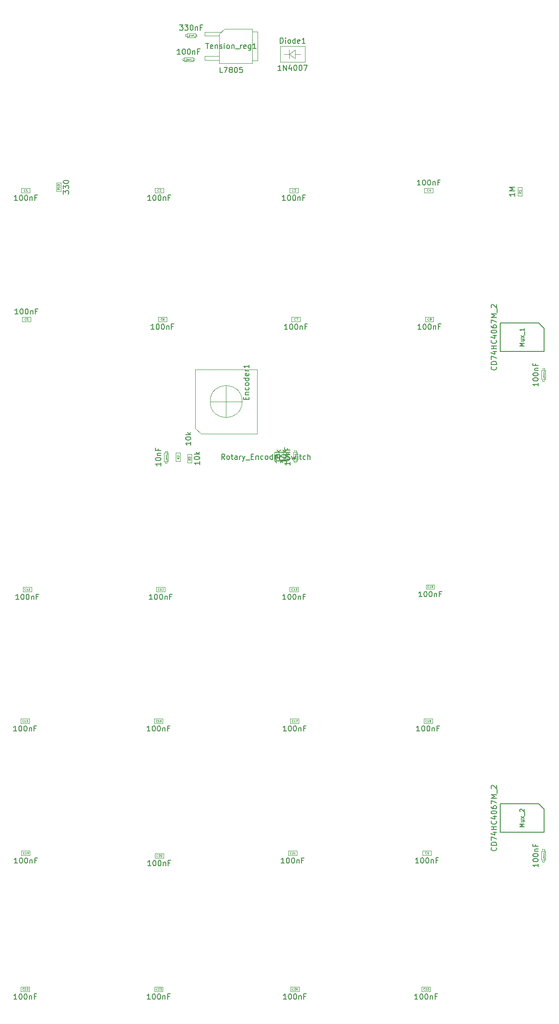
<source format=gbr>
%TF.GenerationSoftware,KiCad,Pcbnew,(5.1.7-0-10_14)*%
%TF.CreationDate,2021-09-21T18:25:26-03:00*%
%TF.ProjectId,Faduino-1,46616475-696e-46f2-9d31-2e6b69636164,1*%
%TF.SameCoordinates,Original*%
%TF.FileFunction,Other,Fab,Top*%
%FSLAX46Y46*%
G04 Gerber Fmt 4.6, Leading zero omitted, Abs format (unit mm)*
G04 Created by KiCad (PCBNEW (5.1.7-0-10_14)) date 2021-09-21 18:25:26*
%MOMM*%
%LPD*%
G01*
G04 APERTURE LIST*
%ADD10C,0.150000*%
%ADD11C,0.100000*%
%ADD12C,0.120000*%
%ADD13C,0.060000*%
G04 APERTURE END LIST*
D10*
%TO.C,Mux_2*%
X171100000Y-175350000D02*
X172100000Y-176350000D01*
X163900000Y-175350000D02*
X171100000Y-175350000D01*
X163900000Y-180650000D02*
X163900000Y-175350000D01*
X172100000Y-180650000D02*
X163900000Y-180650000D01*
X172100000Y-176350000D02*
X172100000Y-180650000D01*
%TO.C,Mux_1*%
X171100000Y-85350000D02*
X172100000Y-86350000D01*
X163900000Y-85350000D02*
X171100000Y-85350000D01*
X163900000Y-90650000D02*
X163900000Y-85350000D01*
X172100000Y-90650000D02*
X163900000Y-90650000D01*
X172100000Y-86350000D02*
X172100000Y-90650000D01*
D11*
%TO.C,C6*%
X101410000Y-85040000D02*
X99810000Y-85040000D01*
X101410000Y-84240000D02*
X101410000Y-85040000D01*
X99810000Y-84240000D02*
X101410000Y-84240000D01*
X99810000Y-85040000D02*
X99810000Y-84240000D01*
%TO.C,C5*%
X74310000Y-84240000D02*
X75910000Y-84240000D01*
X74310000Y-85040000D02*
X74310000Y-84240000D01*
X75910000Y-85040000D02*
X74310000Y-85040000D01*
X75910000Y-84240000D02*
X75910000Y-85040000D01*
%TO.C,C8*%
X151410000Y-85040000D02*
X149810000Y-85040000D01*
X151410000Y-84240000D02*
X151410000Y-85040000D01*
X149810000Y-84240000D02*
X151410000Y-84240000D01*
X149810000Y-85040000D02*
X149810000Y-84240000D01*
%TO.C,C7*%
X126410000Y-85040000D02*
X124810000Y-85040000D01*
X126410000Y-84240000D02*
X126410000Y-85040000D01*
X124810000Y-84240000D02*
X126410000Y-84240000D01*
X124810000Y-85040000D02*
X124810000Y-84240000D01*
%TO.C,C_mux_1*%
X171600000Y-95800000D02*
X171600000Y-94200000D01*
X172400000Y-95800000D02*
X171600000Y-95800000D01*
X172400000Y-94200000D02*
X172400000Y-95800000D01*
X171600000Y-94200000D02*
X172400000Y-94200000D01*
%TO.C,C_mux_2*%
X171600000Y-185800000D02*
X171600000Y-184200000D01*
X172400000Y-185800000D02*
X171600000Y-185800000D01*
X172400000Y-184200000D02*
X172400000Y-185800000D01*
X171600000Y-184200000D02*
X172400000Y-184200000D01*
%TO.C,C_pwr_1*%
X105200000Y-31100000D02*
X106800000Y-31100000D01*
X105200000Y-31900000D02*
X105200000Y-31100000D01*
X106800000Y-31900000D02*
X105200000Y-31900000D01*
X106800000Y-31100000D02*
X106800000Y-31900000D01*
%TO.C,C_pwr_2*%
X104700000Y-35600000D02*
X106300000Y-35600000D01*
X104700000Y-36400000D02*
X104700000Y-35600000D01*
X106300000Y-36400000D02*
X104700000Y-36400000D01*
X106300000Y-35600000D02*
X106300000Y-36400000D01*
%TO.C,C1*%
X75800000Y-60900000D02*
X74200000Y-60900000D01*
X75800000Y-60100000D02*
X75800000Y-60900000D01*
X74200000Y-60100000D02*
X75800000Y-60100000D01*
X74200000Y-60900000D02*
X74200000Y-60100000D01*
%TO.C,C13*%
X126080000Y-135600000D02*
X124480000Y-135600000D01*
X126080000Y-134800000D02*
X126080000Y-135600000D01*
X124480000Y-134800000D02*
X126080000Y-134800000D01*
X124480000Y-135600000D02*
X124480000Y-134800000D01*
%TO.C,C2*%
X100800000Y-60900000D02*
X99200000Y-60900000D01*
X100800000Y-60100000D02*
X100800000Y-60900000D01*
X99200000Y-60100000D02*
X100800000Y-60100000D01*
X99200000Y-60900000D02*
X99200000Y-60100000D01*
%TO.C,C14*%
X151580000Y-135100000D02*
X149980000Y-135100000D01*
X151580000Y-134300000D02*
X151580000Y-135100000D01*
X149980000Y-134300000D02*
X151580000Y-134300000D01*
X149980000Y-135100000D02*
X149980000Y-134300000D01*
%TO.C,C3*%
X126025000Y-60900000D02*
X124425000Y-60900000D01*
X126025000Y-60100000D02*
X126025000Y-60900000D01*
X124425000Y-60100000D02*
X126025000Y-60100000D01*
X124425000Y-60900000D02*
X124425000Y-60100000D01*
%TO.C,C15*%
X75670000Y-160240000D02*
X74070000Y-160240000D01*
X75670000Y-159440000D02*
X75670000Y-160240000D01*
X74070000Y-159440000D02*
X75670000Y-159440000D01*
X74070000Y-160240000D02*
X74070000Y-159440000D01*
%TO.C,C4*%
X149700000Y-60100000D02*
X151300000Y-60100000D01*
X149700000Y-60900000D02*
X149700000Y-60100000D01*
X151300000Y-60900000D02*
X149700000Y-60900000D01*
X151300000Y-60100000D02*
X151300000Y-60900000D01*
%TO.C,C16*%
X100670000Y-160240000D02*
X99070000Y-160240000D01*
X100670000Y-159440000D02*
X100670000Y-160240000D01*
X99070000Y-159440000D02*
X100670000Y-159440000D01*
X99070000Y-160240000D02*
X99070000Y-159440000D01*
%TO.C,C17*%
X126170000Y-160240000D02*
X124570000Y-160240000D01*
X126170000Y-159440000D02*
X126170000Y-160240000D01*
X124570000Y-159440000D02*
X126170000Y-159440000D01*
X124570000Y-160240000D02*
X124570000Y-159440000D01*
%TO.C,C18*%
X151170000Y-160240000D02*
X149570000Y-160240000D01*
X151170000Y-159440000D02*
X151170000Y-160240000D01*
X149570000Y-159440000D02*
X151170000Y-159440000D01*
X149570000Y-160240000D02*
X149570000Y-159440000D01*
%TO.C,C19*%
X75800000Y-184960000D02*
X74200000Y-184960000D01*
X75800000Y-184160000D02*
X75800000Y-184960000D01*
X74200000Y-184160000D02*
X75800000Y-184160000D01*
X74200000Y-184960000D02*
X74200000Y-184160000D01*
%TO.C,C20*%
X100800000Y-185460000D02*
X99200000Y-185460000D01*
X100800000Y-184660000D02*
X100800000Y-185460000D01*
X99200000Y-184660000D02*
X100800000Y-184660000D01*
X99200000Y-185460000D02*
X99200000Y-184660000D01*
%TO.C,C9*%
X150960000Y-184940000D02*
X149360000Y-184940000D01*
X150960000Y-184140000D02*
X150960000Y-184940000D01*
X149360000Y-184140000D02*
X150960000Y-184140000D01*
X149360000Y-184940000D02*
X149360000Y-184140000D01*
%TO.C,C21*%
X125800000Y-184960000D02*
X124200000Y-184960000D01*
X125800000Y-184160000D02*
X125800000Y-184960000D01*
X124200000Y-184160000D02*
X125800000Y-184160000D01*
X124200000Y-184960000D02*
X124200000Y-184160000D01*
%TO.C,C10*%
X150800000Y-210430000D02*
X149200000Y-210430000D01*
X150800000Y-209630000D02*
X150800000Y-210430000D01*
X149200000Y-209630000D02*
X150800000Y-209630000D01*
X149200000Y-210430000D02*
X149200000Y-209630000D01*
%TO.C,C22*%
X75700000Y-210430000D02*
X74100000Y-210430000D01*
X75700000Y-209630000D02*
X75700000Y-210430000D01*
X74100000Y-209630000D02*
X75700000Y-209630000D01*
X74100000Y-210430000D02*
X74100000Y-209630000D01*
%TO.C,C11*%
X76080000Y-135600000D02*
X74480000Y-135600000D01*
X76080000Y-134800000D02*
X76080000Y-135600000D01*
X74480000Y-134800000D02*
X76080000Y-134800000D01*
X74480000Y-135600000D02*
X74480000Y-134800000D01*
%TO.C,C23*%
X100700000Y-210430000D02*
X99100000Y-210430000D01*
X100700000Y-209630000D02*
X100700000Y-210430000D01*
X99100000Y-209630000D02*
X100700000Y-209630000D01*
X99100000Y-210430000D02*
X99100000Y-209630000D01*
%TO.C,C12*%
X101080000Y-135600000D02*
X99480000Y-135600000D01*
X101080000Y-134800000D02*
X101080000Y-135600000D01*
X99480000Y-134800000D02*
X101080000Y-134800000D01*
X99480000Y-135600000D02*
X99480000Y-134800000D01*
%TO.C,C24*%
X126200000Y-210430000D02*
X124600000Y-210430000D01*
X126200000Y-209630000D02*
X126200000Y-210430000D01*
X124600000Y-209630000D02*
X126200000Y-209630000D01*
X124600000Y-210430000D02*
X124600000Y-209630000D01*
%TO.C,C_enc_1*%
X100900000Y-111200000D02*
X100900000Y-109600000D01*
X101700000Y-111200000D02*
X100900000Y-111200000D01*
X101700000Y-109600000D02*
X101700000Y-111200000D01*
X100900000Y-109600000D02*
X101700000Y-109600000D01*
%TO.C,C_enc_2*%
X125100000Y-111100000D02*
X125100000Y-109500000D01*
X125900000Y-111100000D02*
X125100000Y-111100000D01*
X125900000Y-109500000D02*
X125900000Y-111100000D01*
X125100000Y-109500000D02*
X125900000Y-109500000D01*
%TO.C,Diode1*%
X124350560Y-35001020D02*
X125501180Y-34200920D01*
X124350560Y-35001020D02*
X125501180Y-35750320D01*
X125501180Y-35750320D02*
X125501180Y-34200920D01*
X124350560Y-34200920D02*
X124350560Y-35801120D01*
X125501180Y-35001020D02*
X126499400Y-35001020D01*
X124350560Y-35001020D02*
X123448860Y-35001020D01*
X127300000Y-33500000D02*
X122700000Y-33500000D01*
X127300000Y-33500000D02*
X127300000Y-36500000D01*
X122700000Y-36500000D02*
X122700000Y-33500000D01*
X127300000Y-36500000D02*
X122700000Y-36500000D01*
D12*
%TO.C,Encoder1*%
X112550000Y-103030000D02*
X112550000Y-97030000D01*
X109550000Y-100030000D02*
X115550000Y-100030000D01*
X107850000Y-106030000D02*
X106750000Y-105030000D01*
X118350000Y-106030000D02*
X107850000Y-106030000D01*
X118350000Y-94030000D02*
X118350000Y-106030000D01*
X106750000Y-94030000D02*
X118350000Y-94030000D01*
X106750000Y-105030000D02*
X106750000Y-94030000D01*
X115550000Y-100030000D02*
G75*
G03*
X115550000Y-100030000I-3000000J0D01*
G01*
D11*
%TO.C,R1*%
X167187500Y-61540000D02*
X167187500Y-59940000D01*
X168012500Y-61540000D02*
X167187500Y-61540000D01*
X168012500Y-59940000D02*
X168012500Y-61540000D01*
X167187500Y-59940000D02*
X168012500Y-59940000D01*
%TO.C,R2*%
X103962500Y-109650000D02*
X103962500Y-111250000D01*
X103137500Y-109650000D02*
X103962500Y-109650000D01*
X103137500Y-111250000D02*
X103137500Y-109650000D01*
X103962500Y-111250000D02*
X103137500Y-111250000D01*
%TO.C,R3*%
X106102500Y-109860000D02*
X106102500Y-111460000D01*
X105277500Y-109860000D02*
X106102500Y-109860000D01*
X105277500Y-111460000D02*
X105277500Y-109860000D01*
X106102500Y-111460000D02*
X105277500Y-111460000D01*
%TO.C,R4*%
X122412500Y-109500000D02*
X122412500Y-111100000D01*
X121587500Y-109500000D02*
X122412500Y-109500000D01*
X121587500Y-111100000D02*
X121587500Y-109500000D01*
X122412500Y-111100000D02*
X121587500Y-111100000D01*
%TO.C,R5*%
X123287500Y-111100000D02*
X123287500Y-109500000D01*
X124112500Y-111100000D02*
X123287500Y-111100000D01*
X124112500Y-109500000D02*
X124112500Y-111100000D01*
X123287500Y-109500000D02*
X124112500Y-109500000D01*
%TO.C,R19*%
X81572500Y-59070000D02*
X81572500Y-60670000D01*
X80747500Y-59070000D02*
X81572500Y-59070000D01*
X80747500Y-60670000D02*
X80747500Y-59070000D01*
X81572500Y-60670000D02*
X80747500Y-60670000D01*
%TO.C,Tension_reg1*%
X108530000Y-36155000D02*
X111230000Y-36155000D01*
X108530000Y-35405000D02*
X108530000Y-36155000D01*
X111230000Y-35405000D02*
X108530000Y-35405000D01*
X108530000Y-31595000D02*
X111230000Y-31595000D01*
X108530000Y-30845000D02*
X108530000Y-31595000D01*
X111635000Y-30845000D02*
X108530000Y-30845000D01*
X112230000Y-30250000D02*
X117450000Y-30250000D01*
X111230000Y-31250000D02*
X112230000Y-30250000D01*
X111230000Y-36750000D02*
X111230000Y-31250000D01*
X117450000Y-36750000D02*
X111230000Y-36750000D01*
X117450000Y-30250000D02*
X117450000Y-36750000D01*
X118450000Y-36200000D02*
X117450000Y-36200000D01*
X118450000Y-30800000D02*
X118450000Y-36200000D01*
X117450000Y-30800000D02*
X118450000Y-30800000D01*
%TD*%
%TO.C,Mux_2*%
D10*
X163107142Y-183500000D02*
X163154761Y-183547619D01*
X163202380Y-183690476D01*
X163202380Y-183785714D01*
X163154761Y-183928571D01*
X163059523Y-184023809D01*
X162964285Y-184071428D01*
X162773809Y-184119047D01*
X162630952Y-184119047D01*
X162440476Y-184071428D01*
X162345238Y-184023809D01*
X162250000Y-183928571D01*
X162202380Y-183785714D01*
X162202380Y-183690476D01*
X162250000Y-183547619D01*
X162297619Y-183500000D01*
X163202380Y-183071428D02*
X162202380Y-183071428D01*
X162202380Y-182833333D01*
X162250000Y-182690476D01*
X162345238Y-182595238D01*
X162440476Y-182547619D01*
X162630952Y-182500000D01*
X162773809Y-182500000D01*
X162964285Y-182547619D01*
X163059523Y-182595238D01*
X163154761Y-182690476D01*
X163202380Y-182833333D01*
X163202380Y-183071428D01*
X162202380Y-182166666D02*
X162202380Y-181500000D01*
X163202380Y-181928571D01*
X162535714Y-180690476D02*
X163202380Y-180690476D01*
X162154761Y-180928571D02*
X162869047Y-181166666D01*
X162869047Y-180547619D01*
X163202380Y-180166666D02*
X162202380Y-180166666D01*
X162678571Y-180166666D02*
X162678571Y-179595238D01*
X163202380Y-179595238D02*
X162202380Y-179595238D01*
X163107142Y-178547619D02*
X163154761Y-178595238D01*
X163202380Y-178738095D01*
X163202380Y-178833333D01*
X163154761Y-178976190D01*
X163059523Y-179071428D01*
X162964285Y-179119047D01*
X162773809Y-179166666D01*
X162630952Y-179166666D01*
X162440476Y-179119047D01*
X162345238Y-179071428D01*
X162250000Y-178976190D01*
X162202380Y-178833333D01*
X162202380Y-178738095D01*
X162250000Y-178595238D01*
X162297619Y-178547619D01*
X162535714Y-177690476D02*
X163202380Y-177690476D01*
X162154761Y-177928571D02*
X162869047Y-178166666D01*
X162869047Y-177547619D01*
X162202380Y-176976190D02*
X162202380Y-176880952D01*
X162250000Y-176785714D01*
X162297619Y-176738095D01*
X162392857Y-176690476D01*
X162583333Y-176642857D01*
X162821428Y-176642857D01*
X163011904Y-176690476D01*
X163107142Y-176738095D01*
X163154761Y-176785714D01*
X163202380Y-176880952D01*
X163202380Y-176976190D01*
X163154761Y-177071428D01*
X163107142Y-177119047D01*
X163011904Y-177166666D01*
X162821428Y-177214285D01*
X162583333Y-177214285D01*
X162392857Y-177166666D01*
X162297619Y-177119047D01*
X162250000Y-177071428D01*
X162202380Y-176976190D01*
X162202380Y-175785714D02*
X162202380Y-175976190D01*
X162250000Y-176071428D01*
X162297619Y-176119047D01*
X162440476Y-176214285D01*
X162630952Y-176261904D01*
X163011904Y-176261904D01*
X163107142Y-176214285D01*
X163154761Y-176166666D01*
X163202380Y-176071428D01*
X163202380Y-175880952D01*
X163154761Y-175785714D01*
X163107142Y-175738095D01*
X163011904Y-175690476D01*
X162773809Y-175690476D01*
X162678571Y-175738095D01*
X162630952Y-175785714D01*
X162583333Y-175880952D01*
X162583333Y-176071428D01*
X162630952Y-176166666D01*
X162678571Y-176214285D01*
X162773809Y-176261904D01*
X162202380Y-175357142D02*
X162202380Y-174690476D01*
X163202380Y-175119047D01*
X163202380Y-174309523D02*
X162202380Y-174309523D01*
X162916666Y-173976190D01*
X162202380Y-173642857D01*
X163202380Y-173642857D01*
X163297619Y-173404761D02*
X163297619Y-172642857D01*
X162297619Y-172452380D02*
X162250000Y-172404761D01*
X162202380Y-172309523D01*
X162202380Y-172071428D01*
X162250000Y-171976190D01*
X162297619Y-171928571D01*
X162392857Y-171880952D01*
X162488095Y-171880952D01*
X162630952Y-171928571D01*
X163202380Y-172500000D01*
X163202380Y-171880952D01*
X168361904Y-179638095D02*
X167561904Y-179638095D01*
X168133333Y-179371428D01*
X167561904Y-179104761D01*
X168361904Y-179104761D01*
X167828571Y-178380952D02*
X168361904Y-178380952D01*
X167828571Y-178723809D02*
X168247619Y-178723809D01*
X168323809Y-178685714D01*
X168361904Y-178609523D01*
X168361904Y-178495238D01*
X168323809Y-178419047D01*
X168285714Y-178380952D01*
X168361904Y-178076190D02*
X167828571Y-177657142D01*
X167828571Y-178076190D02*
X168361904Y-177657142D01*
X168438095Y-177542857D02*
X168438095Y-176933333D01*
X167638095Y-176780952D02*
X167600000Y-176742857D01*
X167561904Y-176666666D01*
X167561904Y-176476190D01*
X167600000Y-176400000D01*
X167638095Y-176361904D01*
X167714285Y-176323809D01*
X167790476Y-176323809D01*
X167904761Y-176361904D01*
X168361904Y-176819047D01*
X168361904Y-176323809D01*
%TO.C,Mux_1*%
X163107142Y-93500000D02*
X163154761Y-93547619D01*
X163202380Y-93690476D01*
X163202380Y-93785714D01*
X163154761Y-93928571D01*
X163059523Y-94023809D01*
X162964285Y-94071428D01*
X162773809Y-94119047D01*
X162630952Y-94119047D01*
X162440476Y-94071428D01*
X162345238Y-94023809D01*
X162250000Y-93928571D01*
X162202380Y-93785714D01*
X162202380Y-93690476D01*
X162250000Y-93547619D01*
X162297619Y-93500000D01*
X163202380Y-93071428D02*
X162202380Y-93071428D01*
X162202380Y-92833333D01*
X162250000Y-92690476D01*
X162345238Y-92595238D01*
X162440476Y-92547619D01*
X162630952Y-92500000D01*
X162773809Y-92500000D01*
X162964285Y-92547619D01*
X163059523Y-92595238D01*
X163154761Y-92690476D01*
X163202380Y-92833333D01*
X163202380Y-93071428D01*
X162202380Y-92166666D02*
X162202380Y-91500000D01*
X163202380Y-91928571D01*
X162535714Y-90690476D02*
X163202380Y-90690476D01*
X162154761Y-90928571D02*
X162869047Y-91166666D01*
X162869047Y-90547619D01*
X163202380Y-90166666D02*
X162202380Y-90166666D01*
X162678571Y-90166666D02*
X162678571Y-89595238D01*
X163202380Y-89595238D02*
X162202380Y-89595238D01*
X163107142Y-88547619D02*
X163154761Y-88595238D01*
X163202380Y-88738095D01*
X163202380Y-88833333D01*
X163154761Y-88976190D01*
X163059523Y-89071428D01*
X162964285Y-89119047D01*
X162773809Y-89166666D01*
X162630952Y-89166666D01*
X162440476Y-89119047D01*
X162345238Y-89071428D01*
X162250000Y-88976190D01*
X162202380Y-88833333D01*
X162202380Y-88738095D01*
X162250000Y-88595238D01*
X162297619Y-88547619D01*
X162535714Y-87690476D02*
X163202380Y-87690476D01*
X162154761Y-87928571D02*
X162869047Y-88166666D01*
X162869047Y-87547619D01*
X162202380Y-86976190D02*
X162202380Y-86880952D01*
X162250000Y-86785714D01*
X162297619Y-86738095D01*
X162392857Y-86690476D01*
X162583333Y-86642857D01*
X162821428Y-86642857D01*
X163011904Y-86690476D01*
X163107142Y-86738095D01*
X163154761Y-86785714D01*
X163202380Y-86880952D01*
X163202380Y-86976190D01*
X163154761Y-87071428D01*
X163107142Y-87119047D01*
X163011904Y-87166666D01*
X162821428Y-87214285D01*
X162583333Y-87214285D01*
X162392857Y-87166666D01*
X162297619Y-87119047D01*
X162250000Y-87071428D01*
X162202380Y-86976190D01*
X162202380Y-85785714D02*
X162202380Y-85976190D01*
X162250000Y-86071428D01*
X162297619Y-86119047D01*
X162440476Y-86214285D01*
X162630952Y-86261904D01*
X163011904Y-86261904D01*
X163107142Y-86214285D01*
X163154761Y-86166666D01*
X163202380Y-86071428D01*
X163202380Y-85880952D01*
X163154761Y-85785714D01*
X163107142Y-85738095D01*
X163011904Y-85690476D01*
X162773809Y-85690476D01*
X162678571Y-85738095D01*
X162630952Y-85785714D01*
X162583333Y-85880952D01*
X162583333Y-86071428D01*
X162630952Y-86166666D01*
X162678571Y-86214285D01*
X162773809Y-86261904D01*
X162202380Y-85357142D02*
X162202380Y-84690476D01*
X163202380Y-85119047D01*
X163202380Y-84309523D02*
X162202380Y-84309523D01*
X162916666Y-83976190D01*
X162202380Y-83642857D01*
X163202380Y-83642857D01*
X163297619Y-83404761D02*
X163297619Y-82642857D01*
X162297619Y-82452380D02*
X162250000Y-82404761D01*
X162202380Y-82309523D01*
X162202380Y-82071428D01*
X162250000Y-81976190D01*
X162297619Y-81928571D01*
X162392857Y-81880952D01*
X162488095Y-81880952D01*
X162630952Y-81928571D01*
X163202380Y-82500000D01*
X163202380Y-81880952D01*
X168361904Y-89638095D02*
X167561904Y-89638095D01*
X168133333Y-89371428D01*
X167561904Y-89104761D01*
X168361904Y-89104761D01*
X167828571Y-88380952D02*
X168361904Y-88380952D01*
X167828571Y-88723809D02*
X168247619Y-88723809D01*
X168323809Y-88685714D01*
X168361904Y-88609523D01*
X168361904Y-88495238D01*
X168323809Y-88419047D01*
X168285714Y-88380952D01*
X168361904Y-88076190D02*
X167828571Y-87657142D01*
X167828571Y-88076190D02*
X168361904Y-87657142D01*
X168438095Y-87542857D02*
X168438095Y-86933333D01*
X168361904Y-86323809D02*
X168361904Y-86780952D01*
X168361904Y-86552380D02*
X167561904Y-86552380D01*
X167676190Y-86628571D01*
X167752380Y-86704761D01*
X167790476Y-86780952D01*
%TO.C,C6*%
X99062380Y-86522380D02*
X98490952Y-86522380D01*
X98776666Y-86522380D02*
X98776666Y-85522380D01*
X98681428Y-85665238D01*
X98586190Y-85760476D01*
X98490952Y-85808095D01*
X99681428Y-85522380D02*
X99776666Y-85522380D01*
X99871904Y-85570000D01*
X99919523Y-85617619D01*
X99967142Y-85712857D01*
X100014761Y-85903333D01*
X100014761Y-86141428D01*
X99967142Y-86331904D01*
X99919523Y-86427142D01*
X99871904Y-86474761D01*
X99776666Y-86522380D01*
X99681428Y-86522380D01*
X99586190Y-86474761D01*
X99538571Y-86427142D01*
X99490952Y-86331904D01*
X99443333Y-86141428D01*
X99443333Y-85903333D01*
X99490952Y-85712857D01*
X99538571Y-85617619D01*
X99586190Y-85570000D01*
X99681428Y-85522380D01*
X100633809Y-85522380D02*
X100729047Y-85522380D01*
X100824285Y-85570000D01*
X100871904Y-85617619D01*
X100919523Y-85712857D01*
X100967142Y-85903333D01*
X100967142Y-86141428D01*
X100919523Y-86331904D01*
X100871904Y-86427142D01*
X100824285Y-86474761D01*
X100729047Y-86522380D01*
X100633809Y-86522380D01*
X100538571Y-86474761D01*
X100490952Y-86427142D01*
X100443333Y-86331904D01*
X100395714Y-86141428D01*
X100395714Y-85903333D01*
X100443333Y-85712857D01*
X100490952Y-85617619D01*
X100538571Y-85570000D01*
X100633809Y-85522380D01*
X101395714Y-85855714D02*
X101395714Y-86522380D01*
X101395714Y-85950952D02*
X101443333Y-85903333D01*
X101538571Y-85855714D01*
X101681428Y-85855714D01*
X101776666Y-85903333D01*
X101824285Y-85998571D01*
X101824285Y-86522380D01*
X102633809Y-85998571D02*
X102300476Y-85998571D01*
X102300476Y-86522380D02*
X102300476Y-85522380D01*
X102776666Y-85522380D01*
D13*
X100543333Y-84782857D02*
X100524285Y-84801904D01*
X100467142Y-84820952D01*
X100429047Y-84820952D01*
X100371904Y-84801904D01*
X100333809Y-84763809D01*
X100314761Y-84725714D01*
X100295714Y-84649523D01*
X100295714Y-84592380D01*
X100314761Y-84516190D01*
X100333809Y-84478095D01*
X100371904Y-84440000D01*
X100429047Y-84420952D01*
X100467142Y-84420952D01*
X100524285Y-84440000D01*
X100543333Y-84459047D01*
X100886190Y-84420952D02*
X100810000Y-84420952D01*
X100771904Y-84440000D01*
X100752857Y-84459047D01*
X100714761Y-84516190D01*
X100695714Y-84592380D01*
X100695714Y-84744761D01*
X100714761Y-84782857D01*
X100733809Y-84801904D01*
X100771904Y-84820952D01*
X100848095Y-84820952D01*
X100886190Y-84801904D01*
X100905238Y-84782857D01*
X100924285Y-84744761D01*
X100924285Y-84649523D01*
X100905238Y-84611428D01*
X100886190Y-84592380D01*
X100848095Y-84573333D01*
X100771904Y-84573333D01*
X100733809Y-84592380D01*
X100714761Y-84611428D01*
X100695714Y-84649523D01*
%TO.C,C5*%
D10*
X73562380Y-83662380D02*
X72990952Y-83662380D01*
X73276666Y-83662380D02*
X73276666Y-82662380D01*
X73181428Y-82805238D01*
X73086190Y-82900476D01*
X72990952Y-82948095D01*
X74181428Y-82662380D02*
X74276666Y-82662380D01*
X74371904Y-82710000D01*
X74419523Y-82757619D01*
X74467142Y-82852857D01*
X74514761Y-83043333D01*
X74514761Y-83281428D01*
X74467142Y-83471904D01*
X74419523Y-83567142D01*
X74371904Y-83614761D01*
X74276666Y-83662380D01*
X74181428Y-83662380D01*
X74086190Y-83614761D01*
X74038571Y-83567142D01*
X73990952Y-83471904D01*
X73943333Y-83281428D01*
X73943333Y-83043333D01*
X73990952Y-82852857D01*
X74038571Y-82757619D01*
X74086190Y-82710000D01*
X74181428Y-82662380D01*
X75133809Y-82662380D02*
X75229047Y-82662380D01*
X75324285Y-82710000D01*
X75371904Y-82757619D01*
X75419523Y-82852857D01*
X75467142Y-83043333D01*
X75467142Y-83281428D01*
X75419523Y-83471904D01*
X75371904Y-83567142D01*
X75324285Y-83614761D01*
X75229047Y-83662380D01*
X75133809Y-83662380D01*
X75038571Y-83614761D01*
X74990952Y-83567142D01*
X74943333Y-83471904D01*
X74895714Y-83281428D01*
X74895714Y-83043333D01*
X74943333Y-82852857D01*
X74990952Y-82757619D01*
X75038571Y-82710000D01*
X75133809Y-82662380D01*
X75895714Y-82995714D02*
X75895714Y-83662380D01*
X75895714Y-83090952D02*
X75943333Y-83043333D01*
X76038571Y-82995714D01*
X76181428Y-82995714D01*
X76276666Y-83043333D01*
X76324285Y-83138571D01*
X76324285Y-83662380D01*
X77133809Y-83138571D02*
X76800476Y-83138571D01*
X76800476Y-83662380D02*
X76800476Y-82662380D01*
X77276666Y-82662380D01*
D13*
X75043333Y-84782857D02*
X75024285Y-84801904D01*
X74967142Y-84820952D01*
X74929047Y-84820952D01*
X74871904Y-84801904D01*
X74833809Y-84763809D01*
X74814761Y-84725714D01*
X74795714Y-84649523D01*
X74795714Y-84592380D01*
X74814761Y-84516190D01*
X74833809Y-84478095D01*
X74871904Y-84440000D01*
X74929047Y-84420952D01*
X74967142Y-84420952D01*
X75024285Y-84440000D01*
X75043333Y-84459047D01*
X75405238Y-84420952D02*
X75214761Y-84420952D01*
X75195714Y-84611428D01*
X75214761Y-84592380D01*
X75252857Y-84573333D01*
X75348095Y-84573333D01*
X75386190Y-84592380D01*
X75405238Y-84611428D01*
X75424285Y-84649523D01*
X75424285Y-84744761D01*
X75405238Y-84782857D01*
X75386190Y-84801904D01*
X75348095Y-84820952D01*
X75252857Y-84820952D01*
X75214761Y-84801904D01*
X75195714Y-84782857D01*
%TO.C,C8*%
D10*
X149062380Y-86522380D02*
X148490952Y-86522380D01*
X148776666Y-86522380D02*
X148776666Y-85522380D01*
X148681428Y-85665238D01*
X148586190Y-85760476D01*
X148490952Y-85808095D01*
X149681428Y-85522380D02*
X149776666Y-85522380D01*
X149871904Y-85570000D01*
X149919523Y-85617619D01*
X149967142Y-85712857D01*
X150014761Y-85903333D01*
X150014761Y-86141428D01*
X149967142Y-86331904D01*
X149919523Y-86427142D01*
X149871904Y-86474761D01*
X149776666Y-86522380D01*
X149681428Y-86522380D01*
X149586190Y-86474761D01*
X149538571Y-86427142D01*
X149490952Y-86331904D01*
X149443333Y-86141428D01*
X149443333Y-85903333D01*
X149490952Y-85712857D01*
X149538571Y-85617619D01*
X149586190Y-85570000D01*
X149681428Y-85522380D01*
X150633809Y-85522380D02*
X150729047Y-85522380D01*
X150824285Y-85570000D01*
X150871904Y-85617619D01*
X150919523Y-85712857D01*
X150967142Y-85903333D01*
X150967142Y-86141428D01*
X150919523Y-86331904D01*
X150871904Y-86427142D01*
X150824285Y-86474761D01*
X150729047Y-86522380D01*
X150633809Y-86522380D01*
X150538571Y-86474761D01*
X150490952Y-86427142D01*
X150443333Y-86331904D01*
X150395714Y-86141428D01*
X150395714Y-85903333D01*
X150443333Y-85712857D01*
X150490952Y-85617619D01*
X150538571Y-85570000D01*
X150633809Y-85522380D01*
X151395714Y-85855714D02*
X151395714Y-86522380D01*
X151395714Y-85950952D02*
X151443333Y-85903333D01*
X151538571Y-85855714D01*
X151681428Y-85855714D01*
X151776666Y-85903333D01*
X151824285Y-85998571D01*
X151824285Y-86522380D01*
X152633809Y-85998571D02*
X152300476Y-85998571D01*
X152300476Y-86522380D02*
X152300476Y-85522380D01*
X152776666Y-85522380D01*
D13*
X150543333Y-84782857D02*
X150524285Y-84801904D01*
X150467142Y-84820952D01*
X150429047Y-84820952D01*
X150371904Y-84801904D01*
X150333809Y-84763809D01*
X150314761Y-84725714D01*
X150295714Y-84649523D01*
X150295714Y-84592380D01*
X150314761Y-84516190D01*
X150333809Y-84478095D01*
X150371904Y-84440000D01*
X150429047Y-84420952D01*
X150467142Y-84420952D01*
X150524285Y-84440000D01*
X150543333Y-84459047D01*
X150771904Y-84592380D02*
X150733809Y-84573333D01*
X150714761Y-84554285D01*
X150695714Y-84516190D01*
X150695714Y-84497142D01*
X150714761Y-84459047D01*
X150733809Y-84440000D01*
X150771904Y-84420952D01*
X150848095Y-84420952D01*
X150886190Y-84440000D01*
X150905238Y-84459047D01*
X150924285Y-84497142D01*
X150924285Y-84516190D01*
X150905238Y-84554285D01*
X150886190Y-84573333D01*
X150848095Y-84592380D01*
X150771904Y-84592380D01*
X150733809Y-84611428D01*
X150714761Y-84630476D01*
X150695714Y-84668571D01*
X150695714Y-84744761D01*
X150714761Y-84782857D01*
X150733809Y-84801904D01*
X150771904Y-84820952D01*
X150848095Y-84820952D01*
X150886190Y-84801904D01*
X150905238Y-84782857D01*
X150924285Y-84744761D01*
X150924285Y-84668571D01*
X150905238Y-84630476D01*
X150886190Y-84611428D01*
X150848095Y-84592380D01*
%TO.C,C7*%
D10*
X124062380Y-86522380D02*
X123490952Y-86522380D01*
X123776666Y-86522380D02*
X123776666Y-85522380D01*
X123681428Y-85665238D01*
X123586190Y-85760476D01*
X123490952Y-85808095D01*
X124681428Y-85522380D02*
X124776666Y-85522380D01*
X124871904Y-85570000D01*
X124919523Y-85617619D01*
X124967142Y-85712857D01*
X125014761Y-85903333D01*
X125014761Y-86141428D01*
X124967142Y-86331904D01*
X124919523Y-86427142D01*
X124871904Y-86474761D01*
X124776666Y-86522380D01*
X124681428Y-86522380D01*
X124586190Y-86474761D01*
X124538571Y-86427142D01*
X124490952Y-86331904D01*
X124443333Y-86141428D01*
X124443333Y-85903333D01*
X124490952Y-85712857D01*
X124538571Y-85617619D01*
X124586190Y-85570000D01*
X124681428Y-85522380D01*
X125633809Y-85522380D02*
X125729047Y-85522380D01*
X125824285Y-85570000D01*
X125871904Y-85617619D01*
X125919523Y-85712857D01*
X125967142Y-85903333D01*
X125967142Y-86141428D01*
X125919523Y-86331904D01*
X125871904Y-86427142D01*
X125824285Y-86474761D01*
X125729047Y-86522380D01*
X125633809Y-86522380D01*
X125538571Y-86474761D01*
X125490952Y-86427142D01*
X125443333Y-86331904D01*
X125395714Y-86141428D01*
X125395714Y-85903333D01*
X125443333Y-85712857D01*
X125490952Y-85617619D01*
X125538571Y-85570000D01*
X125633809Y-85522380D01*
X126395714Y-85855714D02*
X126395714Y-86522380D01*
X126395714Y-85950952D02*
X126443333Y-85903333D01*
X126538571Y-85855714D01*
X126681428Y-85855714D01*
X126776666Y-85903333D01*
X126824285Y-85998571D01*
X126824285Y-86522380D01*
X127633809Y-85998571D02*
X127300476Y-85998571D01*
X127300476Y-86522380D02*
X127300476Y-85522380D01*
X127776666Y-85522380D01*
D13*
X125543333Y-84782857D02*
X125524285Y-84801904D01*
X125467142Y-84820952D01*
X125429047Y-84820952D01*
X125371904Y-84801904D01*
X125333809Y-84763809D01*
X125314761Y-84725714D01*
X125295714Y-84649523D01*
X125295714Y-84592380D01*
X125314761Y-84516190D01*
X125333809Y-84478095D01*
X125371904Y-84440000D01*
X125429047Y-84420952D01*
X125467142Y-84420952D01*
X125524285Y-84440000D01*
X125543333Y-84459047D01*
X125676666Y-84420952D02*
X125943333Y-84420952D01*
X125771904Y-84820952D01*
%TO.C,C_mux_1*%
D10*
X171022380Y-96547619D02*
X171022380Y-97119047D01*
X171022380Y-96833333D02*
X170022380Y-96833333D01*
X170165238Y-96928571D01*
X170260476Y-97023809D01*
X170308095Y-97119047D01*
X170022380Y-95928571D02*
X170022380Y-95833333D01*
X170070000Y-95738095D01*
X170117619Y-95690476D01*
X170212857Y-95642857D01*
X170403333Y-95595238D01*
X170641428Y-95595238D01*
X170831904Y-95642857D01*
X170927142Y-95690476D01*
X170974761Y-95738095D01*
X171022380Y-95833333D01*
X171022380Y-95928571D01*
X170974761Y-96023809D01*
X170927142Y-96071428D01*
X170831904Y-96119047D01*
X170641428Y-96166666D01*
X170403333Y-96166666D01*
X170212857Y-96119047D01*
X170117619Y-96071428D01*
X170070000Y-96023809D01*
X170022380Y-95928571D01*
X170022380Y-94976190D02*
X170022380Y-94880952D01*
X170070000Y-94785714D01*
X170117619Y-94738095D01*
X170212857Y-94690476D01*
X170403333Y-94642857D01*
X170641428Y-94642857D01*
X170831904Y-94690476D01*
X170927142Y-94738095D01*
X170974761Y-94785714D01*
X171022380Y-94880952D01*
X171022380Y-94976190D01*
X170974761Y-95071428D01*
X170927142Y-95119047D01*
X170831904Y-95166666D01*
X170641428Y-95214285D01*
X170403333Y-95214285D01*
X170212857Y-95166666D01*
X170117619Y-95119047D01*
X170070000Y-95071428D01*
X170022380Y-94976190D01*
X170355714Y-94214285D02*
X171022380Y-94214285D01*
X170450952Y-94214285D02*
X170403333Y-94166666D01*
X170355714Y-94071428D01*
X170355714Y-93928571D01*
X170403333Y-93833333D01*
X170498571Y-93785714D01*
X171022380Y-93785714D01*
X170498571Y-92976190D02*
X170498571Y-93309523D01*
X171022380Y-93309523D02*
X170022380Y-93309523D01*
X170022380Y-92833333D01*
D13*
X172142857Y-95980952D02*
X172161904Y-96000000D01*
X172180952Y-96057142D01*
X172180952Y-96095238D01*
X172161904Y-96152380D01*
X172123809Y-96190476D01*
X172085714Y-96209523D01*
X172009523Y-96228571D01*
X171952380Y-96228571D01*
X171876190Y-96209523D01*
X171838095Y-96190476D01*
X171800000Y-96152380D01*
X171780952Y-96095238D01*
X171780952Y-96057142D01*
X171800000Y-96000000D01*
X171819047Y-95980952D01*
X172219047Y-95904761D02*
X172219047Y-95600000D01*
X172180952Y-95504761D02*
X171914285Y-95504761D01*
X171952380Y-95504761D02*
X171933333Y-95485714D01*
X171914285Y-95447619D01*
X171914285Y-95390476D01*
X171933333Y-95352380D01*
X171971428Y-95333333D01*
X172180952Y-95333333D01*
X171971428Y-95333333D02*
X171933333Y-95314285D01*
X171914285Y-95276190D01*
X171914285Y-95219047D01*
X171933333Y-95180952D01*
X171971428Y-95161904D01*
X172180952Y-95161904D01*
X171914285Y-94800000D02*
X172180952Y-94800000D01*
X171914285Y-94971428D02*
X172123809Y-94971428D01*
X172161904Y-94952380D01*
X172180952Y-94914285D01*
X172180952Y-94857142D01*
X172161904Y-94819047D01*
X172142857Y-94800000D01*
X172180952Y-94647619D02*
X171914285Y-94438095D01*
X171914285Y-94647619D02*
X172180952Y-94438095D01*
X172219047Y-94380952D02*
X172219047Y-94076190D01*
X172180952Y-93771428D02*
X172180952Y-94000000D01*
X172180952Y-93885714D02*
X171780952Y-93885714D01*
X171838095Y-93923809D01*
X171876190Y-93961904D01*
X171895238Y-94000000D01*
%TO.C,C_mux_2*%
D10*
X171022380Y-186547619D02*
X171022380Y-187119047D01*
X171022380Y-186833333D02*
X170022380Y-186833333D01*
X170165238Y-186928571D01*
X170260476Y-187023809D01*
X170308095Y-187119047D01*
X170022380Y-185928571D02*
X170022380Y-185833333D01*
X170070000Y-185738095D01*
X170117619Y-185690476D01*
X170212857Y-185642857D01*
X170403333Y-185595238D01*
X170641428Y-185595238D01*
X170831904Y-185642857D01*
X170927142Y-185690476D01*
X170974761Y-185738095D01*
X171022380Y-185833333D01*
X171022380Y-185928571D01*
X170974761Y-186023809D01*
X170927142Y-186071428D01*
X170831904Y-186119047D01*
X170641428Y-186166666D01*
X170403333Y-186166666D01*
X170212857Y-186119047D01*
X170117619Y-186071428D01*
X170070000Y-186023809D01*
X170022380Y-185928571D01*
X170022380Y-184976190D02*
X170022380Y-184880952D01*
X170070000Y-184785714D01*
X170117619Y-184738095D01*
X170212857Y-184690476D01*
X170403333Y-184642857D01*
X170641428Y-184642857D01*
X170831904Y-184690476D01*
X170927142Y-184738095D01*
X170974761Y-184785714D01*
X171022380Y-184880952D01*
X171022380Y-184976190D01*
X170974761Y-185071428D01*
X170927142Y-185119047D01*
X170831904Y-185166666D01*
X170641428Y-185214285D01*
X170403333Y-185214285D01*
X170212857Y-185166666D01*
X170117619Y-185119047D01*
X170070000Y-185071428D01*
X170022380Y-184976190D01*
X170355714Y-184214285D02*
X171022380Y-184214285D01*
X170450952Y-184214285D02*
X170403333Y-184166666D01*
X170355714Y-184071428D01*
X170355714Y-183928571D01*
X170403333Y-183833333D01*
X170498571Y-183785714D01*
X171022380Y-183785714D01*
X170498571Y-182976190D02*
X170498571Y-183309523D01*
X171022380Y-183309523D02*
X170022380Y-183309523D01*
X170022380Y-182833333D01*
D13*
X172142857Y-185980952D02*
X172161904Y-186000000D01*
X172180952Y-186057142D01*
X172180952Y-186095238D01*
X172161904Y-186152380D01*
X172123809Y-186190476D01*
X172085714Y-186209523D01*
X172009523Y-186228571D01*
X171952380Y-186228571D01*
X171876190Y-186209523D01*
X171838095Y-186190476D01*
X171800000Y-186152380D01*
X171780952Y-186095238D01*
X171780952Y-186057142D01*
X171800000Y-186000000D01*
X171819047Y-185980952D01*
X172219047Y-185904761D02*
X172219047Y-185600000D01*
X172180952Y-185504761D02*
X171914285Y-185504761D01*
X171952380Y-185504761D02*
X171933333Y-185485714D01*
X171914285Y-185447619D01*
X171914285Y-185390476D01*
X171933333Y-185352380D01*
X171971428Y-185333333D01*
X172180952Y-185333333D01*
X171971428Y-185333333D02*
X171933333Y-185314285D01*
X171914285Y-185276190D01*
X171914285Y-185219047D01*
X171933333Y-185180952D01*
X171971428Y-185161904D01*
X172180952Y-185161904D01*
X171914285Y-184800000D02*
X172180952Y-184800000D01*
X171914285Y-184971428D02*
X172123809Y-184971428D01*
X172161904Y-184952380D01*
X172180952Y-184914285D01*
X172180952Y-184857142D01*
X172161904Y-184819047D01*
X172142857Y-184800000D01*
X172180952Y-184647619D02*
X171914285Y-184438095D01*
X171914285Y-184647619D02*
X172180952Y-184438095D01*
X172219047Y-184380952D02*
X172219047Y-184076190D01*
X171819047Y-184000000D02*
X171800000Y-183980952D01*
X171780952Y-183942857D01*
X171780952Y-183847619D01*
X171800000Y-183809523D01*
X171819047Y-183790476D01*
X171857142Y-183771428D01*
X171895238Y-183771428D01*
X171952380Y-183790476D01*
X172180952Y-184019047D01*
X172180952Y-183771428D01*
%TO.C,C_pwr_1*%
D10*
X103833333Y-29522380D02*
X104452380Y-29522380D01*
X104119047Y-29903333D01*
X104261904Y-29903333D01*
X104357142Y-29950952D01*
X104404761Y-29998571D01*
X104452380Y-30093809D01*
X104452380Y-30331904D01*
X104404761Y-30427142D01*
X104357142Y-30474761D01*
X104261904Y-30522380D01*
X103976190Y-30522380D01*
X103880952Y-30474761D01*
X103833333Y-30427142D01*
X104785714Y-29522380D02*
X105404761Y-29522380D01*
X105071428Y-29903333D01*
X105214285Y-29903333D01*
X105309523Y-29950952D01*
X105357142Y-29998571D01*
X105404761Y-30093809D01*
X105404761Y-30331904D01*
X105357142Y-30427142D01*
X105309523Y-30474761D01*
X105214285Y-30522380D01*
X104928571Y-30522380D01*
X104833333Y-30474761D01*
X104785714Y-30427142D01*
X106023809Y-29522380D02*
X106119047Y-29522380D01*
X106214285Y-29570000D01*
X106261904Y-29617619D01*
X106309523Y-29712857D01*
X106357142Y-29903333D01*
X106357142Y-30141428D01*
X106309523Y-30331904D01*
X106261904Y-30427142D01*
X106214285Y-30474761D01*
X106119047Y-30522380D01*
X106023809Y-30522380D01*
X105928571Y-30474761D01*
X105880952Y-30427142D01*
X105833333Y-30331904D01*
X105785714Y-30141428D01*
X105785714Y-29903333D01*
X105833333Y-29712857D01*
X105880952Y-29617619D01*
X105928571Y-29570000D01*
X106023809Y-29522380D01*
X106785714Y-29855714D02*
X106785714Y-30522380D01*
X106785714Y-29950952D02*
X106833333Y-29903333D01*
X106928571Y-29855714D01*
X107071428Y-29855714D01*
X107166666Y-29903333D01*
X107214285Y-29998571D01*
X107214285Y-30522380D01*
X108023809Y-29998571D02*
X107690476Y-29998571D01*
X107690476Y-30522380D02*
X107690476Y-29522380D01*
X108166666Y-29522380D01*
D13*
X105114285Y-31642857D02*
X105095238Y-31661904D01*
X105038095Y-31680952D01*
X105000000Y-31680952D01*
X104942857Y-31661904D01*
X104904761Y-31623809D01*
X104885714Y-31585714D01*
X104866666Y-31509523D01*
X104866666Y-31452380D01*
X104885714Y-31376190D01*
X104904761Y-31338095D01*
X104942857Y-31300000D01*
X105000000Y-31280952D01*
X105038095Y-31280952D01*
X105095238Y-31300000D01*
X105114285Y-31319047D01*
X105190476Y-31719047D02*
X105495238Y-31719047D01*
X105590476Y-31414285D02*
X105590476Y-31814285D01*
X105590476Y-31433333D02*
X105628571Y-31414285D01*
X105704761Y-31414285D01*
X105742857Y-31433333D01*
X105761904Y-31452380D01*
X105780952Y-31490476D01*
X105780952Y-31604761D01*
X105761904Y-31642857D01*
X105742857Y-31661904D01*
X105704761Y-31680952D01*
X105628571Y-31680952D01*
X105590476Y-31661904D01*
X105914285Y-31414285D02*
X105990476Y-31680952D01*
X106066666Y-31490476D01*
X106142857Y-31680952D01*
X106219047Y-31414285D01*
X106371428Y-31680952D02*
X106371428Y-31414285D01*
X106371428Y-31490476D02*
X106390476Y-31452380D01*
X106409523Y-31433333D01*
X106447619Y-31414285D01*
X106485714Y-31414285D01*
X106523809Y-31719047D02*
X106828571Y-31719047D01*
X107133333Y-31680952D02*
X106904761Y-31680952D01*
X107019047Y-31680952D02*
X107019047Y-31280952D01*
X106980952Y-31338095D01*
X106942857Y-31376190D01*
X106904761Y-31395238D01*
%TO.C,C_pwr_2*%
D10*
X103952380Y-35022380D02*
X103380952Y-35022380D01*
X103666666Y-35022380D02*
X103666666Y-34022380D01*
X103571428Y-34165238D01*
X103476190Y-34260476D01*
X103380952Y-34308095D01*
X104571428Y-34022380D02*
X104666666Y-34022380D01*
X104761904Y-34070000D01*
X104809523Y-34117619D01*
X104857142Y-34212857D01*
X104904761Y-34403333D01*
X104904761Y-34641428D01*
X104857142Y-34831904D01*
X104809523Y-34927142D01*
X104761904Y-34974761D01*
X104666666Y-35022380D01*
X104571428Y-35022380D01*
X104476190Y-34974761D01*
X104428571Y-34927142D01*
X104380952Y-34831904D01*
X104333333Y-34641428D01*
X104333333Y-34403333D01*
X104380952Y-34212857D01*
X104428571Y-34117619D01*
X104476190Y-34070000D01*
X104571428Y-34022380D01*
X105523809Y-34022380D02*
X105619047Y-34022380D01*
X105714285Y-34070000D01*
X105761904Y-34117619D01*
X105809523Y-34212857D01*
X105857142Y-34403333D01*
X105857142Y-34641428D01*
X105809523Y-34831904D01*
X105761904Y-34927142D01*
X105714285Y-34974761D01*
X105619047Y-35022380D01*
X105523809Y-35022380D01*
X105428571Y-34974761D01*
X105380952Y-34927142D01*
X105333333Y-34831904D01*
X105285714Y-34641428D01*
X105285714Y-34403333D01*
X105333333Y-34212857D01*
X105380952Y-34117619D01*
X105428571Y-34070000D01*
X105523809Y-34022380D01*
X106285714Y-34355714D02*
X106285714Y-35022380D01*
X106285714Y-34450952D02*
X106333333Y-34403333D01*
X106428571Y-34355714D01*
X106571428Y-34355714D01*
X106666666Y-34403333D01*
X106714285Y-34498571D01*
X106714285Y-35022380D01*
X107523809Y-34498571D02*
X107190476Y-34498571D01*
X107190476Y-35022380D02*
X107190476Y-34022380D01*
X107666666Y-34022380D01*
D13*
X104614285Y-36142857D02*
X104595238Y-36161904D01*
X104538095Y-36180952D01*
X104500000Y-36180952D01*
X104442857Y-36161904D01*
X104404761Y-36123809D01*
X104385714Y-36085714D01*
X104366666Y-36009523D01*
X104366666Y-35952380D01*
X104385714Y-35876190D01*
X104404761Y-35838095D01*
X104442857Y-35800000D01*
X104500000Y-35780952D01*
X104538095Y-35780952D01*
X104595238Y-35800000D01*
X104614285Y-35819047D01*
X104690476Y-36219047D02*
X104995238Y-36219047D01*
X105090476Y-35914285D02*
X105090476Y-36314285D01*
X105090476Y-35933333D02*
X105128571Y-35914285D01*
X105204761Y-35914285D01*
X105242857Y-35933333D01*
X105261904Y-35952380D01*
X105280952Y-35990476D01*
X105280952Y-36104761D01*
X105261904Y-36142857D01*
X105242857Y-36161904D01*
X105204761Y-36180952D01*
X105128571Y-36180952D01*
X105090476Y-36161904D01*
X105414285Y-35914285D02*
X105490476Y-36180952D01*
X105566666Y-35990476D01*
X105642857Y-36180952D01*
X105719047Y-35914285D01*
X105871428Y-36180952D02*
X105871428Y-35914285D01*
X105871428Y-35990476D02*
X105890476Y-35952380D01*
X105909523Y-35933333D01*
X105947619Y-35914285D01*
X105985714Y-35914285D01*
X106023809Y-36219047D02*
X106328571Y-36219047D01*
X106404761Y-35819047D02*
X106423809Y-35800000D01*
X106461904Y-35780952D01*
X106557142Y-35780952D01*
X106595238Y-35800000D01*
X106614285Y-35819047D01*
X106633333Y-35857142D01*
X106633333Y-35895238D01*
X106614285Y-35952380D01*
X106385714Y-36180952D01*
X106633333Y-36180952D01*
%TO.C,C1*%
D10*
X73452380Y-62382380D02*
X72880952Y-62382380D01*
X73166666Y-62382380D02*
X73166666Y-61382380D01*
X73071428Y-61525238D01*
X72976190Y-61620476D01*
X72880952Y-61668095D01*
X74071428Y-61382380D02*
X74166666Y-61382380D01*
X74261904Y-61430000D01*
X74309523Y-61477619D01*
X74357142Y-61572857D01*
X74404761Y-61763333D01*
X74404761Y-62001428D01*
X74357142Y-62191904D01*
X74309523Y-62287142D01*
X74261904Y-62334761D01*
X74166666Y-62382380D01*
X74071428Y-62382380D01*
X73976190Y-62334761D01*
X73928571Y-62287142D01*
X73880952Y-62191904D01*
X73833333Y-62001428D01*
X73833333Y-61763333D01*
X73880952Y-61572857D01*
X73928571Y-61477619D01*
X73976190Y-61430000D01*
X74071428Y-61382380D01*
X75023809Y-61382380D02*
X75119047Y-61382380D01*
X75214285Y-61430000D01*
X75261904Y-61477619D01*
X75309523Y-61572857D01*
X75357142Y-61763333D01*
X75357142Y-62001428D01*
X75309523Y-62191904D01*
X75261904Y-62287142D01*
X75214285Y-62334761D01*
X75119047Y-62382380D01*
X75023809Y-62382380D01*
X74928571Y-62334761D01*
X74880952Y-62287142D01*
X74833333Y-62191904D01*
X74785714Y-62001428D01*
X74785714Y-61763333D01*
X74833333Y-61572857D01*
X74880952Y-61477619D01*
X74928571Y-61430000D01*
X75023809Y-61382380D01*
X75785714Y-61715714D02*
X75785714Y-62382380D01*
X75785714Y-61810952D02*
X75833333Y-61763333D01*
X75928571Y-61715714D01*
X76071428Y-61715714D01*
X76166666Y-61763333D01*
X76214285Y-61858571D01*
X76214285Y-62382380D01*
X77023809Y-61858571D02*
X76690476Y-61858571D01*
X76690476Y-62382380D02*
X76690476Y-61382380D01*
X77166666Y-61382380D01*
D13*
X74933333Y-60642857D02*
X74914285Y-60661904D01*
X74857142Y-60680952D01*
X74819047Y-60680952D01*
X74761904Y-60661904D01*
X74723809Y-60623809D01*
X74704761Y-60585714D01*
X74685714Y-60509523D01*
X74685714Y-60452380D01*
X74704761Y-60376190D01*
X74723809Y-60338095D01*
X74761904Y-60300000D01*
X74819047Y-60280952D01*
X74857142Y-60280952D01*
X74914285Y-60300000D01*
X74933333Y-60319047D01*
X75314285Y-60680952D02*
X75085714Y-60680952D01*
X75200000Y-60680952D02*
X75200000Y-60280952D01*
X75161904Y-60338095D01*
X75123809Y-60376190D01*
X75085714Y-60395238D01*
%TO.C,C13*%
D10*
X123732380Y-137082380D02*
X123160952Y-137082380D01*
X123446666Y-137082380D02*
X123446666Y-136082380D01*
X123351428Y-136225238D01*
X123256190Y-136320476D01*
X123160952Y-136368095D01*
X124351428Y-136082380D02*
X124446666Y-136082380D01*
X124541904Y-136130000D01*
X124589523Y-136177619D01*
X124637142Y-136272857D01*
X124684761Y-136463333D01*
X124684761Y-136701428D01*
X124637142Y-136891904D01*
X124589523Y-136987142D01*
X124541904Y-137034761D01*
X124446666Y-137082380D01*
X124351428Y-137082380D01*
X124256190Y-137034761D01*
X124208571Y-136987142D01*
X124160952Y-136891904D01*
X124113333Y-136701428D01*
X124113333Y-136463333D01*
X124160952Y-136272857D01*
X124208571Y-136177619D01*
X124256190Y-136130000D01*
X124351428Y-136082380D01*
X125303809Y-136082380D02*
X125399047Y-136082380D01*
X125494285Y-136130000D01*
X125541904Y-136177619D01*
X125589523Y-136272857D01*
X125637142Y-136463333D01*
X125637142Y-136701428D01*
X125589523Y-136891904D01*
X125541904Y-136987142D01*
X125494285Y-137034761D01*
X125399047Y-137082380D01*
X125303809Y-137082380D01*
X125208571Y-137034761D01*
X125160952Y-136987142D01*
X125113333Y-136891904D01*
X125065714Y-136701428D01*
X125065714Y-136463333D01*
X125113333Y-136272857D01*
X125160952Y-136177619D01*
X125208571Y-136130000D01*
X125303809Y-136082380D01*
X126065714Y-136415714D02*
X126065714Y-137082380D01*
X126065714Y-136510952D02*
X126113333Y-136463333D01*
X126208571Y-136415714D01*
X126351428Y-136415714D01*
X126446666Y-136463333D01*
X126494285Y-136558571D01*
X126494285Y-137082380D01*
X127303809Y-136558571D02*
X126970476Y-136558571D01*
X126970476Y-137082380D02*
X126970476Y-136082380D01*
X127446666Y-136082380D01*
D13*
X125022857Y-135342857D02*
X125003809Y-135361904D01*
X124946666Y-135380952D01*
X124908571Y-135380952D01*
X124851428Y-135361904D01*
X124813333Y-135323809D01*
X124794285Y-135285714D01*
X124775238Y-135209523D01*
X124775238Y-135152380D01*
X124794285Y-135076190D01*
X124813333Y-135038095D01*
X124851428Y-135000000D01*
X124908571Y-134980952D01*
X124946666Y-134980952D01*
X125003809Y-135000000D01*
X125022857Y-135019047D01*
X125403809Y-135380952D02*
X125175238Y-135380952D01*
X125289523Y-135380952D02*
X125289523Y-134980952D01*
X125251428Y-135038095D01*
X125213333Y-135076190D01*
X125175238Y-135095238D01*
X125537142Y-134980952D02*
X125784761Y-134980952D01*
X125651428Y-135133333D01*
X125708571Y-135133333D01*
X125746666Y-135152380D01*
X125765714Y-135171428D01*
X125784761Y-135209523D01*
X125784761Y-135304761D01*
X125765714Y-135342857D01*
X125746666Y-135361904D01*
X125708571Y-135380952D01*
X125594285Y-135380952D01*
X125556190Y-135361904D01*
X125537142Y-135342857D01*
%TO.C,C2*%
D10*
X98452380Y-62382380D02*
X97880952Y-62382380D01*
X98166666Y-62382380D02*
X98166666Y-61382380D01*
X98071428Y-61525238D01*
X97976190Y-61620476D01*
X97880952Y-61668095D01*
X99071428Y-61382380D02*
X99166666Y-61382380D01*
X99261904Y-61430000D01*
X99309523Y-61477619D01*
X99357142Y-61572857D01*
X99404761Y-61763333D01*
X99404761Y-62001428D01*
X99357142Y-62191904D01*
X99309523Y-62287142D01*
X99261904Y-62334761D01*
X99166666Y-62382380D01*
X99071428Y-62382380D01*
X98976190Y-62334761D01*
X98928571Y-62287142D01*
X98880952Y-62191904D01*
X98833333Y-62001428D01*
X98833333Y-61763333D01*
X98880952Y-61572857D01*
X98928571Y-61477619D01*
X98976190Y-61430000D01*
X99071428Y-61382380D01*
X100023809Y-61382380D02*
X100119047Y-61382380D01*
X100214285Y-61430000D01*
X100261904Y-61477619D01*
X100309523Y-61572857D01*
X100357142Y-61763333D01*
X100357142Y-62001428D01*
X100309523Y-62191904D01*
X100261904Y-62287142D01*
X100214285Y-62334761D01*
X100119047Y-62382380D01*
X100023809Y-62382380D01*
X99928571Y-62334761D01*
X99880952Y-62287142D01*
X99833333Y-62191904D01*
X99785714Y-62001428D01*
X99785714Y-61763333D01*
X99833333Y-61572857D01*
X99880952Y-61477619D01*
X99928571Y-61430000D01*
X100023809Y-61382380D01*
X100785714Y-61715714D02*
X100785714Y-62382380D01*
X100785714Y-61810952D02*
X100833333Y-61763333D01*
X100928571Y-61715714D01*
X101071428Y-61715714D01*
X101166666Y-61763333D01*
X101214285Y-61858571D01*
X101214285Y-62382380D01*
X102023809Y-61858571D02*
X101690476Y-61858571D01*
X101690476Y-62382380D02*
X101690476Y-61382380D01*
X102166666Y-61382380D01*
D13*
X99933333Y-60642857D02*
X99914285Y-60661904D01*
X99857142Y-60680952D01*
X99819047Y-60680952D01*
X99761904Y-60661904D01*
X99723809Y-60623809D01*
X99704761Y-60585714D01*
X99685714Y-60509523D01*
X99685714Y-60452380D01*
X99704761Y-60376190D01*
X99723809Y-60338095D01*
X99761904Y-60300000D01*
X99819047Y-60280952D01*
X99857142Y-60280952D01*
X99914285Y-60300000D01*
X99933333Y-60319047D01*
X100085714Y-60319047D02*
X100104761Y-60300000D01*
X100142857Y-60280952D01*
X100238095Y-60280952D01*
X100276190Y-60300000D01*
X100295238Y-60319047D01*
X100314285Y-60357142D01*
X100314285Y-60395238D01*
X100295238Y-60452380D01*
X100066666Y-60680952D01*
X100314285Y-60680952D01*
%TO.C,C14*%
D10*
X149232380Y-136582380D02*
X148660952Y-136582380D01*
X148946666Y-136582380D02*
X148946666Y-135582380D01*
X148851428Y-135725238D01*
X148756190Y-135820476D01*
X148660952Y-135868095D01*
X149851428Y-135582380D02*
X149946666Y-135582380D01*
X150041904Y-135630000D01*
X150089523Y-135677619D01*
X150137142Y-135772857D01*
X150184761Y-135963333D01*
X150184761Y-136201428D01*
X150137142Y-136391904D01*
X150089523Y-136487142D01*
X150041904Y-136534761D01*
X149946666Y-136582380D01*
X149851428Y-136582380D01*
X149756190Y-136534761D01*
X149708571Y-136487142D01*
X149660952Y-136391904D01*
X149613333Y-136201428D01*
X149613333Y-135963333D01*
X149660952Y-135772857D01*
X149708571Y-135677619D01*
X149756190Y-135630000D01*
X149851428Y-135582380D01*
X150803809Y-135582380D02*
X150899047Y-135582380D01*
X150994285Y-135630000D01*
X151041904Y-135677619D01*
X151089523Y-135772857D01*
X151137142Y-135963333D01*
X151137142Y-136201428D01*
X151089523Y-136391904D01*
X151041904Y-136487142D01*
X150994285Y-136534761D01*
X150899047Y-136582380D01*
X150803809Y-136582380D01*
X150708571Y-136534761D01*
X150660952Y-136487142D01*
X150613333Y-136391904D01*
X150565714Y-136201428D01*
X150565714Y-135963333D01*
X150613333Y-135772857D01*
X150660952Y-135677619D01*
X150708571Y-135630000D01*
X150803809Y-135582380D01*
X151565714Y-135915714D02*
X151565714Y-136582380D01*
X151565714Y-136010952D02*
X151613333Y-135963333D01*
X151708571Y-135915714D01*
X151851428Y-135915714D01*
X151946666Y-135963333D01*
X151994285Y-136058571D01*
X151994285Y-136582380D01*
X152803809Y-136058571D02*
X152470476Y-136058571D01*
X152470476Y-136582380D02*
X152470476Y-135582380D01*
X152946666Y-135582380D01*
D13*
X150522857Y-134842857D02*
X150503809Y-134861904D01*
X150446666Y-134880952D01*
X150408571Y-134880952D01*
X150351428Y-134861904D01*
X150313333Y-134823809D01*
X150294285Y-134785714D01*
X150275238Y-134709523D01*
X150275238Y-134652380D01*
X150294285Y-134576190D01*
X150313333Y-134538095D01*
X150351428Y-134500000D01*
X150408571Y-134480952D01*
X150446666Y-134480952D01*
X150503809Y-134500000D01*
X150522857Y-134519047D01*
X150903809Y-134880952D02*
X150675238Y-134880952D01*
X150789523Y-134880952D02*
X150789523Y-134480952D01*
X150751428Y-134538095D01*
X150713333Y-134576190D01*
X150675238Y-134595238D01*
X151246666Y-134614285D02*
X151246666Y-134880952D01*
X151151428Y-134461904D02*
X151056190Y-134747619D01*
X151303809Y-134747619D01*
%TO.C,C3*%
D10*
X123677380Y-62382380D02*
X123105952Y-62382380D01*
X123391666Y-62382380D02*
X123391666Y-61382380D01*
X123296428Y-61525238D01*
X123201190Y-61620476D01*
X123105952Y-61668095D01*
X124296428Y-61382380D02*
X124391666Y-61382380D01*
X124486904Y-61430000D01*
X124534523Y-61477619D01*
X124582142Y-61572857D01*
X124629761Y-61763333D01*
X124629761Y-62001428D01*
X124582142Y-62191904D01*
X124534523Y-62287142D01*
X124486904Y-62334761D01*
X124391666Y-62382380D01*
X124296428Y-62382380D01*
X124201190Y-62334761D01*
X124153571Y-62287142D01*
X124105952Y-62191904D01*
X124058333Y-62001428D01*
X124058333Y-61763333D01*
X124105952Y-61572857D01*
X124153571Y-61477619D01*
X124201190Y-61430000D01*
X124296428Y-61382380D01*
X125248809Y-61382380D02*
X125344047Y-61382380D01*
X125439285Y-61430000D01*
X125486904Y-61477619D01*
X125534523Y-61572857D01*
X125582142Y-61763333D01*
X125582142Y-62001428D01*
X125534523Y-62191904D01*
X125486904Y-62287142D01*
X125439285Y-62334761D01*
X125344047Y-62382380D01*
X125248809Y-62382380D01*
X125153571Y-62334761D01*
X125105952Y-62287142D01*
X125058333Y-62191904D01*
X125010714Y-62001428D01*
X125010714Y-61763333D01*
X125058333Y-61572857D01*
X125105952Y-61477619D01*
X125153571Y-61430000D01*
X125248809Y-61382380D01*
X126010714Y-61715714D02*
X126010714Y-62382380D01*
X126010714Y-61810952D02*
X126058333Y-61763333D01*
X126153571Y-61715714D01*
X126296428Y-61715714D01*
X126391666Y-61763333D01*
X126439285Y-61858571D01*
X126439285Y-62382380D01*
X127248809Y-61858571D02*
X126915476Y-61858571D01*
X126915476Y-62382380D02*
X126915476Y-61382380D01*
X127391666Y-61382380D01*
D13*
X125158333Y-60642857D02*
X125139285Y-60661904D01*
X125082142Y-60680952D01*
X125044047Y-60680952D01*
X124986904Y-60661904D01*
X124948809Y-60623809D01*
X124929761Y-60585714D01*
X124910714Y-60509523D01*
X124910714Y-60452380D01*
X124929761Y-60376190D01*
X124948809Y-60338095D01*
X124986904Y-60300000D01*
X125044047Y-60280952D01*
X125082142Y-60280952D01*
X125139285Y-60300000D01*
X125158333Y-60319047D01*
X125291666Y-60280952D02*
X125539285Y-60280952D01*
X125405952Y-60433333D01*
X125463095Y-60433333D01*
X125501190Y-60452380D01*
X125520238Y-60471428D01*
X125539285Y-60509523D01*
X125539285Y-60604761D01*
X125520238Y-60642857D01*
X125501190Y-60661904D01*
X125463095Y-60680952D01*
X125348809Y-60680952D01*
X125310714Y-60661904D01*
X125291666Y-60642857D01*
%TO.C,C15*%
D10*
X73322380Y-161722380D02*
X72750952Y-161722380D01*
X73036666Y-161722380D02*
X73036666Y-160722380D01*
X72941428Y-160865238D01*
X72846190Y-160960476D01*
X72750952Y-161008095D01*
X73941428Y-160722380D02*
X74036666Y-160722380D01*
X74131904Y-160770000D01*
X74179523Y-160817619D01*
X74227142Y-160912857D01*
X74274761Y-161103333D01*
X74274761Y-161341428D01*
X74227142Y-161531904D01*
X74179523Y-161627142D01*
X74131904Y-161674761D01*
X74036666Y-161722380D01*
X73941428Y-161722380D01*
X73846190Y-161674761D01*
X73798571Y-161627142D01*
X73750952Y-161531904D01*
X73703333Y-161341428D01*
X73703333Y-161103333D01*
X73750952Y-160912857D01*
X73798571Y-160817619D01*
X73846190Y-160770000D01*
X73941428Y-160722380D01*
X74893809Y-160722380D02*
X74989047Y-160722380D01*
X75084285Y-160770000D01*
X75131904Y-160817619D01*
X75179523Y-160912857D01*
X75227142Y-161103333D01*
X75227142Y-161341428D01*
X75179523Y-161531904D01*
X75131904Y-161627142D01*
X75084285Y-161674761D01*
X74989047Y-161722380D01*
X74893809Y-161722380D01*
X74798571Y-161674761D01*
X74750952Y-161627142D01*
X74703333Y-161531904D01*
X74655714Y-161341428D01*
X74655714Y-161103333D01*
X74703333Y-160912857D01*
X74750952Y-160817619D01*
X74798571Y-160770000D01*
X74893809Y-160722380D01*
X75655714Y-161055714D02*
X75655714Y-161722380D01*
X75655714Y-161150952D02*
X75703333Y-161103333D01*
X75798571Y-161055714D01*
X75941428Y-161055714D01*
X76036666Y-161103333D01*
X76084285Y-161198571D01*
X76084285Y-161722380D01*
X76893809Y-161198571D02*
X76560476Y-161198571D01*
X76560476Y-161722380D02*
X76560476Y-160722380D01*
X77036666Y-160722380D01*
D13*
X74612857Y-159982857D02*
X74593809Y-160001904D01*
X74536666Y-160020952D01*
X74498571Y-160020952D01*
X74441428Y-160001904D01*
X74403333Y-159963809D01*
X74384285Y-159925714D01*
X74365238Y-159849523D01*
X74365238Y-159792380D01*
X74384285Y-159716190D01*
X74403333Y-159678095D01*
X74441428Y-159640000D01*
X74498571Y-159620952D01*
X74536666Y-159620952D01*
X74593809Y-159640000D01*
X74612857Y-159659047D01*
X74993809Y-160020952D02*
X74765238Y-160020952D01*
X74879523Y-160020952D02*
X74879523Y-159620952D01*
X74841428Y-159678095D01*
X74803333Y-159716190D01*
X74765238Y-159735238D01*
X75355714Y-159620952D02*
X75165238Y-159620952D01*
X75146190Y-159811428D01*
X75165238Y-159792380D01*
X75203333Y-159773333D01*
X75298571Y-159773333D01*
X75336666Y-159792380D01*
X75355714Y-159811428D01*
X75374761Y-159849523D01*
X75374761Y-159944761D01*
X75355714Y-159982857D01*
X75336666Y-160001904D01*
X75298571Y-160020952D01*
X75203333Y-160020952D01*
X75165238Y-160001904D01*
X75146190Y-159982857D01*
%TO.C,C4*%
D10*
X148952380Y-59522380D02*
X148380952Y-59522380D01*
X148666666Y-59522380D02*
X148666666Y-58522380D01*
X148571428Y-58665238D01*
X148476190Y-58760476D01*
X148380952Y-58808095D01*
X149571428Y-58522380D02*
X149666666Y-58522380D01*
X149761904Y-58570000D01*
X149809523Y-58617619D01*
X149857142Y-58712857D01*
X149904761Y-58903333D01*
X149904761Y-59141428D01*
X149857142Y-59331904D01*
X149809523Y-59427142D01*
X149761904Y-59474761D01*
X149666666Y-59522380D01*
X149571428Y-59522380D01*
X149476190Y-59474761D01*
X149428571Y-59427142D01*
X149380952Y-59331904D01*
X149333333Y-59141428D01*
X149333333Y-58903333D01*
X149380952Y-58712857D01*
X149428571Y-58617619D01*
X149476190Y-58570000D01*
X149571428Y-58522380D01*
X150523809Y-58522380D02*
X150619047Y-58522380D01*
X150714285Y-58570000D01*
X150761904Y-58617619D01*
X150809523Y-58712857D01*
X150857142Y-58903333D01*
X150857142Y-59141428D01*
X150809523Y-59331904D01*
X150761904Y-59427142D01*
X150714285Y-59474761D01*
X150619047Y-59522380D01*
X150523809Y-59522380D01*
X150428571Y-59474761D01*
X150380952Y-59427142D01*
X150333333Y-59331904D01*
X150285714Y-59141428D01*
X150285714Y-58903333D01*
X150333333Y-58712857D01*
X150380952Y-58617619D01*
X150428571Y-58570000D01*
X150523809Y-58522380D01*
X151285714Y-58855714D02*
X151285714Y-59522380D01*
X151285714Y-58950952D02*
X151333333Y-58903333D01*
X151428571Y-58855714D01*
X151571428Y-58855714D01*
X151666666Y-58903333D01*
X151714285Y-58998571D01*
X151714285Y-59522380D01*
X152523809Y-58998571D02*
X152190476Y-58998571D01*
X152190476Y-59522380D02*
X152190476Y-58522380D01*
X152666666Y-58522380D01*
D13*
X150433333Y-60642857D02*
X150414285Y-60661904D01*
X150357142Y-60680952D01*
X150319047Y-60680952D01*
X150261904Y-60661904D01*
X150223809Y-60623809D01*
X150204761Y-60585714D01*
X150185714Y-60509523D01*
X150185714Y-60452380D01*
X150204761Y-60376190D01*
X150223809Y-60338095D01*
X150261904Y-60300000D01*
X150319047Y-60280952D01*
X150357142Y-60280952D01*
X150414285Y-60300000D01*
X150433333Y-60319047D01*
X150776190Y-60414285D02*
X150776190Y-60680952D01*
X150680952Y-60261904D02*
X150585714Y-60547619D01*
X150833333Y-60547619D01*
%TO.C,C16*%
D10*
X98322380Y-161722380D02*
X97750952Y-161722380D01*
X98036666Y-161722380D02*
X98036666Y-160722380D01*
X97941428Y-160865238D01*
X97846190Y-160960476D01*
X97750952Y-161008095D01*
X98941428Y-160722380D02*
X99036666Y-160722380D01*
X99131904Y-160770000D01*
X99179523Y-160817619D01*
X99227142Y-160912857D01*
X99274761Y-161103333D01*
X99274761Y-161341428D01*
X99227142Y-161531904D01*
X99179523Y-161627142D01*
X99131904Y-161674761D01*
X99036666Y-161722380D01*
X98941428Y-161722380D01*
X98846190Y-161674761D01*
X98798571Y-161627142D01*
X98750952Y-161531904D01*
X98703333Y-161341428D01*
X98703333Y-161103333D01*
X98750952Y-160912857D01*
X98798571Y-160817619D01*
X98846190Y-160770000D01*
X98941428Y-160722380D01*
X99893809Y-160722380D02*
X99989047Y-160722380D01*
X100084285Y-160770000D01*
X100131904Y-160817619D01*
X100179523Y-160912857D01*
X100227142Y-161103333D01*
X100227142Y-161341428D01*
X100179523Y-161531904D01*
X100131904Y-161627142D01*
X100084285Y-161674761D01*
X99989047Y-161722380D01*
X99893809Y-161722380D01*
X99798571Y-161674761D01*
X99750952Y-161627142D01*
X99703333Y-161531904D01*
X99655714Y-161341428D01*
X99655714Y-161103333D01*
X99703333Y-160912857D01*
X99750952Y-160817619D01*
X99798571Y-160770000D01*
X99893809Y-160722380D01*
X100655714Y-161055714D02*
X100655714Y-161722380D01*
X100655714Y-161150952D02*
X100703333Y-161103333D01*
X100798571Y-161055714D01*
X100941428Y-161055714D01*
X101036666Y-161103333D01*
X101084285Y-161198571D01*
X101084285Y-161722380D01*
X101893809Y-161198571D02*
X101560476Y-161198571D01*
X101560476Y-161722380D02*
X101560476Y-160722380D01*
X102036666Y-160722380D01*
D13*
X99612857Y-159982857D02*
X99593809Y-160001904D01*
X99536666Y-160020952D01*
X99498571Y-160020952D01*
X99441428Y-160001904D01*
X99403333Y-159963809D01*
X99384285Y-159925714D01*
X99365238Y-159849523D01*
X99365238Y-159792380D01*
X99384285Y-159716190D01*
X99403333Y-159678095D01*
X99441428Y-159640000D01*
X99498571Y-159620952D01*
X99536666Y-159620952D01*
X99593809Y-159640000D01*
X99612857Y-159659047D01*
X99993809Y-160020952D02*
X99765238Y-160020952D01*
X99879523Y-160020952D02*
X99879523Y-159620952D01*
X99841428Y-159678095D01*
X99803333Y-159716190D01*
X99765238Y-159735238D01*
X100336666Y-159620952D02*
X100260476Y-159620952D01*
X100222380Y-159640000D01*
X100203333Y-159659047D01*
X100165238Y-159716190D01*
X100146190Y-159792380D01*
X100146190Y-159944761D01*
X100165238Y-159982857D01*
X100184285Y-160001904D01*
X100222380Y-160020952D01*
X100298571Y-160020952D01*
X100336666Y-160001904D01*
X100355714Y-159982857D01*
X100374761Y-159944761D01*
X100374761Y-159849523D01*
X100355714Y-159811428D01*
X100336666Y-159792380D01*
X100298571Y-159773333D01*
X100222380Y-159773333D01*
X100184285Y-159792380D01*
X100165238Y-159811428D01*
X100146190Y-159849523D01*
%TO.C,C17*%
D10*
X123822380Y-161722380D02*
X123250952Y-161722380D01*
X123536666Y-161722380D02*
X123536666Y-160722380D01*
X123441428Y-160865238D01*
X123346190Y-160960476D01*
X123250952Y-161008095D01*
X124441428Y-160722380D02*
X124536666Y-160722380D01*
X124631904Y-160770000D01*
X124679523Y-160817619D01*
X124727142Y-160912857D01*
X124774761Y-161103333D01*
X124774761Y-161341428D01*
X124727142Y-161531904D01*
X124679523Y-161627142D01*
X124631904Y-161674761D01*
X124536666Y-161722380D01*
X124441428Y-161722380D01*
X124346190Y-161674761D01*
X124298571Y-161627142D01*
X124250952Y-161531904D01*
X124203333Y-161341428D01*
X124203333Y-161103333D01*
X124250952Y-160912857D01*
X124298571Y-160817619D01*
X124346190Y-160770000D01*
X124441428Y-160722380D01*
X125393809Y-160722380D02*
X125489047Y-160722380D01*
X125584285Y-160770000D01*
X125631904Y-160817619D01*
X125679523Y-160912857D01*
X125727142Y-161103333D01*
X125727142Y-161341428D01*
X125679523Y-161531904D01*
X125631904Y-161627142D01*
X125584285Y-161674761D01*
X125489047Y-161722380D01*
X125393809Y-161722380D01*
X125298571Y-161674761D01*
X125250952Y-161627142D01*
X125203333Y-161531904D01*
X125155714Y-161341428D01*
X125155714Y-161103333D01*
X125203333Y-160912857D01*
X125250952Y-160817619D01*
X125298571Y-160770000D01*
X125393809Y-160722380D01*
X126155714Y-161055714D02*
X126155714Y-161722380D01*
X126155714Y-161150952D02*
X126203333Y-161103333D01*
X126298571Y-161055714D01*
X126441428Y-161055714D01*
X126536666Y-161103333D01*
X126584285Y-161198571D01*
X126584285Y-161722380D01*
X127393809Y-161198571D02*
X127060476Y-161198571D01*
X127060476Y-161722380D02*
X127060476Y-160722380D01*
X127536666Y-160722380D01*
D13*
X125112857Y-159982857D02*
X125093809Y-160001904D01*
X125036666Y-160020952D01*
X124998571Y-160020952D01*
X124941428Y-160001904D01*
X124903333Y-159963809D01*
X124884285Y-159925714D01*
X124865238Y-159849523D01*
X124865238Y-159792380D01*
X124884285Y-159716190D01*
X124903333Y-159678095D01*
X124941428Y-159640000D01*
X124998571Y-159620952D01*
X125036666Y-159620952D01*
X125093809Y-159640000D01*
X125112857Y-159659047D01*
X125493809Y-160020952D02*
X125265238Y-160020952D01*
X125379523Y-160020952D02*
X125379523Y-159620952D01*
X125341428Y-159678095D01*
X125303333Y-159716190D01*
X125265238Y-159735238D01*
X125627142Y-159620952D02*
X125893809Y-159620952D01*
X125722380Y-160020952D01*
%TO.C,C18*%
D10*
X148822380Y-161722380D02*
X148250952Y-161722380D01*
X148536666Y-161722380D02*
X148536666Y-160722380D01*
X148441428Y-160865238D01*
X148346190Y-160960476D01*
X148250952Y-161008095D01*
X149441428Y-160722380D02*
X149536666Y-160722380D01*
X149631904Y-160770000D01*
X149679523Y-160817619D01*
X149727142Y-160912857D01*
X149774761Y-161103333D01*
X149774761Y-161341428D01*
X149727142Y-161531904D01*
X149679523Y-161627142D01*
X149631904Y-161674761D01*
X149536666Y-161722380D01*
X149441428Y-161722380D01*
X149346190Y-161674761D01*
X149298571Y-161627142D01*
X149250952Y-161531904D01*
X149203333Y-161341428D01*
X149203333Y-161103333D01*
X149250952Y-160912857D01*
X149298571Y-160817619D01*
X149346190Y-160770000D01*
X149441428Y-160722380D01*
X150393809Y-160722380D02*
X150489047Y-160722380D01*
X150584285Y-160770000D01*
X150631904Y-160817619D01*
X150679523Y-160912857D01*
X150727142Y-161103333D01*
X150727142Y-161341428D01*
X150679523Y-161531904D01*
X150631904Y-161627142D01*
X150584285Y-161674761D01*
X150489047Y-161722380D01*
X150393809Y-161722380D01*
X150298571Y-161674761D01*
X150250952Y-161627142D01*
X150203333Y-161531904D01*
X150155714Y-161341428D01*
X150155714Y-161103333D01*
X150203333Y-160912857D01*
X150250952Y-160817619D01*
X150298571Y-160770000D01*
X150393809Y-160722380D01*
X151155714Y-161055714D02*
X151155714Y-161722380D01*
X151155714Y-161150952D02*
X151203333Y-161103333D01*
X151298571Y-161055714D01*
X151441428Y-161055714D01*
X151536666Y-161103333D01*
X151584285Y-161198571D01*
X151584285Y-161722380D01*
X152393809Y-161198571D02*
X152060476Y-161198571D01*
X152060476Y-161722380D02*
X152060476Y-160722380D01*
X152536666Y-160722380D01*
D13*
X150112857Y-159982857D02*
X150093809Y-160001904D01*
X150036666Y-160020952D01*
X149998571Y-160020952D01*
X149941428Y-160001904D01*
X149903333Y-159963809D01*
X149884285Y-159925714D01*
X149865238Y-159849523D01*
X149865238Y-159792380D01*
X149884285Y-159716190D01*
X149903333Y-159678095D01*
X149941428Y-159640000D01*
X149998571Y-159620952D01*
X150036666Y-159620952D01*
X150093809Y-159640000D01*
X150112857Y-159659047D01*
X150493809Y-160020952D02*
X150265238Y-160020952D01*
X150379523Y-160020952D02*
X150379523Y-159620952D01*
X150341428Y-159678095D01*
X150303333Y-159716190D01*
X150265238Y-159735238D01*
X150722380Y-159792380D02*
X150684285Y-159773333D01*
X150665238Y-159754285D01*
X150646190Y-159716190D01*
X150646190Y-159697142D01*
X150665238Y-159659047D01*
X150684285Y-159640000D01*
X150722380Y-159620952D01*
X150798571Y-159620952D01*
X150836666Y-159640000D01*
X150855714Y-159659047D01*
X150874761Y-159697142D01*
X150874761Y-159716190D01*
X150855714Y-159754285D01*
X150836666Y-159773333D01*
X150798571Y-159792380D01*
X150722380Y-159792380D01*
X150684285Y-159811428D01*
X150665238Y-159830476D01*
X150646190Y-159868571D01*
X150646190Y-159944761D01*
X150665238Y-159982857D01*
X150684285Y-160001904D01*
X150722380Y-160020952D01*
X150798571Y-160020952D01*
X150836666Y-160001904D01*
X150855714Y-159982857D01*
X150874761Y-159944761D01*
X150874761Y-159868571D01*
X150855714Y-159830476D01*
X150836666Y-159811428D01*
X150798571Y-159792380D01*
%TO.C,C19*%
D10*
X73452380Y-186442380D02*
X72880952Y-186442380D01*
X73166666Y-186442380D02*
X73166666Y-185442380D01*
X73071428Y-185585238D01*
X72976190Y-185680476D01*
X72880952Y-185728095D01*
X74071428Y-185442380D02*
X74166666Y-185442380D01*
X74261904Y-185490000D01*
X74309523Y-185537619D01*
X74357142Y-185632857D01*
X74404761Y-185823333D01*
X74404761Y-186061428D01*
X74357142Y-186251904D01*
X74309523Y-186347142D01*
X74261904Y-186394761D01*
X74166666Y-186442380D01*
X74071428Y-186442380D01*
X73976190Y-186394761D01*
X73928571Y-186347142D01*
X73880952Y-186251904D01*
X73833333Y-186061428D01*
X73833333Y-185823333D01*
X73880952Y-185632857D01*
X73928571Y-185537619D01*
X73976190Y-185490000D01*
X74071428Y-185442380D01*
X75023809Y-185442380D02*
X75119047Y-185442380D01*
X75214285Y-185490000D01*
X75261904Y-185537619D01*
X75309523Y-185632857D01*
X75357142Y-185823333D01*
X75357142Y-186061428D01*
X75309523Y-186251904D01*
X75261904Y-186347142D01*
X75214285Y-186394761D01*
X75119047Y-186442380D01*
X75023809Y-186442380D01*
X74928571Y-186394761D01*
X74880952Y-186347142D01*
X74833333Y-186251904D01*
X74785714Y-186061428D01*
X74785714Y-185823333D01*
X74833333Y-185632857D01*
X74880952Y-185537619D01*
X74928571Y-185490000D01*
X75023809Y-185442380D01*
X75785714Y-185775714D02*
X75785714Y-186442380D01*
X75785714Y-185870952D02*
X75833333Y-185823333D01*
X75928571Y-185775714D01*
X76071428Y-185775714D01*
X76166666Y-185823333D01*
X76214285Y-185918571D01*
X76214285Y-186442380D01*
X77023809Y-185918571D02*
X76690476Y-185918571D01*
X76690476Y-186442380D02*
X76690476Y-185442380D01*
X77166666Y-185442380D01*
D13*
X74742857Y-184702857D02*
X74723809Y-184721904D01*
X74666666Y-184740952D01*
X74628571Y-184740952D01*
X74571428Y-184721904D01*
X74533333Y-184683809D01*
X74514285Y-184645714D01*
X74495238Y-184569523D01*
X74495238Y-184512380D01*
X74514285Y-184436190D01*
X74533333Y-184398095D01*
X74571428Y-184360000D01*
X74628571Y-184340952D01*
X74666666Y-184340952D01*
X74723809Y-184360000D01*
X74742857Y-184379047D01*
X75123809Y-184740952D02*
X74895238Y-184740952D01*
X75009523Y-184740952D02*
X75009523Y-184340952D01*
X74971428Y-184398095D01*
X74933333Y-184436190D01*
X74895238Y-184455238D01*
X75314285Y-184740952D02*
X75390476Y-184740952D01*
X75428571Y-184721904D01*
X75447619Y-184702857D01*
X75485714Y-184645714D01*
X75504761Y-184569523D01*
X75504761Y-184417142D01*
X75485714Y-184379047D01*
X75466666Y-184360000D01*
X75428571Y-184340952D01*
X75352380Y-184340952D01*
X75314285Y-184360000D01*
X75295238Y-184379047D01*
X75276190Y-184417142D01*
X75276190Y-184512380D01*
X75295238Y-184550476D01*
X75314285Y-184569523D01*
X75352380Y-184588571D01*
X75428571Y-184588571D01*
X75466666Y-184569523D01*
X75485714Y-184550476D01*
X75504761Y-184512380D01*
%TO.C,C20*%
D10*
X98452380Y-186942380D02*
X97880952Y-186942380D01*
X98166666Y-186942380D02*
X98166666Y-185942380D01*
X98071428Y-186085238D01*
X97976190Y-186180476D01*
X97880952Y-186228095D01*
X99071428Y-185942380D02*
X99166666Y-185942380D01*
X99261904Y-185990000D01*
X99309523Y-186037619D01*
X99357142Y-186132857D01*
X99404761Y-186323333D01*
X99404761Y-186561428D01*
X99357142Y-186751904D01*
X99309523Y-186847142D01*
X99261904Y-186894761D01*
X99166666Y-186942380D01*
X99071428Y-186942380D01*
X98976190Y-186894761D01*
X98928571Y-186847142D01*
X98880952Y-186751904D01*
X98833333Y-186561428D01*
X98833333Y-186323333D01*
X98880952Y-186132857D01*
X98928571Y-186037619D01*
X98976190Y-185990000D01*
X99071428Y-185942380D01*
X100023809Y-185942380D02*
X100119047Y-185942380D01*
X100214285Y-185990000D01*
X100261904Y-186037619D01*
X100309523Y-186132857D01*
X100357142Y-186323333D01*
X100357142Y-186561428D01*
X100309523Y-186751904D01*
X100261904Y-186847142D01*
X100214285Y-186894761D01*
X100119047Y-186942380D01*
X100023809Y-186942380D01*
X99928571Y-186894761D01*
X99880952Y-186847142D01*
X99833333Y-186751904D01*
X99785714Y-186561428D01*
X99785714Y-186323333D01*
X99833333Y-186132857D01*
X99880952Y-186037619D01*
X99928571Y-185990000D01*
X100023809Y-185942380D01*
X100785714Y-186275714D02*
X100785714Y-186942380D01*
X100785714Y-186370952D02*
X100833333Y-186323333D01*
X100928571Y-186275714D01*
X101071428Y-186275714D01*
X101166666Y-186323333D01*
X101214285Y-186418571D01*
X101214285Y-186942380D01*
X102023809Y-186418571D02*
X101690476Y-186418571D01*
X101690476Y-186942380D02*
X101690476Y-185942380D01*
X102166666Y-185942380D01*
D13*
X99742857Y-185202857D02*
X99723809Y-185221904D01*
X99666666Y-185240952D01*
X99628571Y-185240952D01*
X99571428Y-185221904D01*
X99533333Y-185183809D01*
X99514285Y-185145714D01*
X99495238Y-185069523D01*
X99495238Y-185012380D01*
X99514285Y-184936190D01*
X99533333Y-184898095D01*
X99571428Y-184860000D01*
X99628571Y-184840952D01*
X99666666Y-184840952D01*
X99723809Y-184860000D01*
X99742857Y-184879047D01*
X99895238Y-184879047D02*
X99914285Y-184860000D01*
X99952380Y-184840952D01*
X100047619Y-184840952D01*
X100085714Y-184860000D01*
X100104761Y-184879047D01*
X100123809Y-184917142D01*
X100123809Y-184955238D01*
X100104761Y-185012380D01*
X99876190Y-185240952D01*
X100123809Y-185240952D01*
X100371428Y-184840952D02*
X100409523Y-184840952D01*
X100447619Y-184860000D01*
X100466666Y-184879047D01*
X100485714Y-184917142D01*
X100504761Y-184993333D01*
X100504761Y-185088571D01*
X100485714Y-185164761D01*
X100466666Y-185202857D01*
X100447619Y-185221904D01*
X100409523Y-185240952D01*
X100371428Y-185240952D01*
X100333333Y-185221904D01*
X100314285Y-185202857D01*
X100295238Y-185164761D01*
X100276190Y-185088571D01*
X100276190Y-184993333D01*
X100295238Y-184917142D01*
X100314285Y-184879047D01*
X100333333Y-184860000D01*
X100371428Y-184840952D01*
%TO.C,C9*%
D10*
X148612380Y-186422380D02*
X148040952Y-186422380D01*
X148326666Y-186422380D02*
X148326666Y-185422380D01*
X148231428Y-185565238D01*
X148136190Y-185660476D01*
X148040952Y-185708095D01*
X149231428Y-185422380D02*
X149326666Y-185422380D01*
X149421904Y-185470000D01*
X149469523Y-185517619D01*
X149517142Y-185612857D01*
X149564761Y-185803333D01*
X149564761Y-186041428D01*
X149517142Y-186231904D01*
X149469523Y-186327142D01*
X149421904Y-186374761D01*
X149326666Y-186422380D01*
X149231428Y-186422380D01*
X149136190Y-186374761D01*
X149088571Y-186327142D01*
X149040952Y-186231904D01*
X148993333Y-186041428D01*
X148993333Y-185803333D01*
X149040952Y-185612857D01*
X149088571Y-185517619D01*
X149136190Y-185470000D01*
X149231428Y-185422380D01*
X150183809Y-185422380D02*
X150279047Y-185422380D01*
X150374285Y-185470000D01*
X150421904Y-185517619D01*
X150469523Y-185612857D01*
X150517142Y-185803333D01*
X150517142Y-186041428D01*
X150469523Y-186231904D01*
X150421904Y-186327142D01*
X150374285Y-186374761D01*
X150279047Y-186422380D01*
X150183809Y-186422380D01*
X150088571Y-186374761D01*
X150040952Y-186327142D01*
X149993333Y-186231904D01*
X149945714Y-186041428D01*
X149945714Y-185803333D01*
X149993333Y-185612857D01*
X150040952Y-185517619D01*
X150088571Y-185470000D01*
X150183809Y-185422380D01*
X150945714Y-185755714D02*
X150945714Y-186422380D01*
X150945714Y-185850952D02*
X150993333Y-185803333D01*
X151088571Y-185755714D01*
X151231428Y-185755714D01*
X151326666Y-185803333D01*
X151374285Y-185898571D01*
X151374285Y-186422380D01*
X152183809Y-185898571D02*
X151850476Y-185898571D01*
X151850476Y-186422380D02*
X151850476Y-185422380D01*
X152326666Y-185422380D01*
D13*
X150093333Y-184682857D02*
X150074285Y-184701904D01*
X150017142Y-184720952D01*
X149979047Y-184720952D01*
X149921904Y-184701904D01*
X149883809Y-184663809D01*
X149864761Y-184625714D01*
X149845714Y-184549523D01*
X149845714Y-184492380D01*
X149864761Y-184416190D01*
X149883809Y-184378095D01*
X149921904Y-184340000D01*
X149979047Y-184320952D01*
X150017142Y-184320952D01*
X150074285Y-184340000D01*
X150093333Y-184359047D01*
X150283809Y-184720952D02*
X150360000Y-184720952D01*
X150398095Y-184701904D01*
X150417142Y-184682857D01*
X150455238Y-184625714D01*
X150474285Y-184549523D01*
X150474285Y-184397142D01*
X150455238Y-184359047D01*
X150436190Y-184340000D01*
X150398095Y-184320952D01*
X150321904Y-184320952D01*
X150283809Y-184340000D01*
X150264761Y-184359047D01*
X150245714Y-184397142D01*
X150245714Y-184492380D01*
X150264761Y-184530476D01*
X150283809Y-184549523D01*
X150321904Y-184568571D01*
X150398095Y-184568571D01*
X150436190Y-184549523D01*
X150455238Y-184530476D01*
X150474285Y-184492380D01*
%TO.C,C21*%
D10*
X123452380Y-186442380D02*
X122880952Y-186442380D01*
X123166666Y-186442380D02*
X123166666Y-185442380D01*
X123071428Y-185585238D01*
X122976190Y-185680476D01*
X122880952Y-185728095D01*
X124071428Y-185442380D02*
X124166666Y-185442380D01*
X124261904Y-185490000D01*
X124309523Y-185537619D01*
X124357142Y-185632857D01*
X124404761Y-185823333D01*
X124404761Y-186061428D01*
X124357142Y-186251904D01*
X124309523Y-186347142D01*
X124261904Y-186394761D01*
X124166666Y-186442380D01*
X124071428Y-186442380D01*
X123976190Y-186394761D01*
X123928571Y-186347142D01*
X123880952Y-186251904D01*
X123833333Y-186061428D01*
X123833333Y-185823333D01*
X123880952Y-185632857D01*
X123928571Y-185537619D01*
X123976190Y-185490000D01*
X124071428Y-185442380D01*
X125023809Y-185442380D02*
X125119047Y-185442380D01*
X125214285Y-185490000D01*
X125261904Y-185537619D01*
X125309523Y-185632857D01*
X125357142Y-185823333D01*
X125357142Y-186061428D01*
X125309523Y-186251904D01*
X125261904Y-186347142D01*
X125214285Y-186394761D01*
X125119047Y-186442380D01*
X125023809Y-186442380D01*
X124928571Y-186394761D01*
X124880952Y-186347142D01*
X124833333Y-186251904D01*
X124785714Y-186061428D01*
X124785714Y-185823333D01*
X124833333Y-185632857D01*
X124880952Y-185537619D01*
X124928571Y-185490000D01*
X125023809Y-185442380D01*
X125785714Y-185775714D02*
X125785714Y-186442380D01*
X125785714Y-185870952D02*
X125833333Y-185823333D01*
X125928571Y-185775714D01*
X126071428Y-185775714D01*
X126166666Y-185823333D01*
X126214285Y-185918571D01*
X126214285Y-186442380D01*
X127023809Y-185918571D02*
X126690476Y-185918571D01*
X126690476Y-186442380D02*
X126690476Y-185442380D01*
X127166666Y-185442380D01*
D13*
X124742857Y-184702857D02*
X124723809Y-184721904D01*
X124666666Y-184740952D01*
X124628571Y-184740952D01*
X124571428Y-184721904D01*
X124533333Y-184683809D01*
X124514285Y-184645714D01*
X124495238Y-184569523D01*
X124495238Y-184512380D01*
X124514285Y-184436190D01*
X124533333Y-184398095D01*
X124571428Y-184360000D01*
X124628571Y-184340952D01*
X124666666Y-184340952D01*
X124723809Y-184360000D01*
X124742857Y-184379047D01*
X124895238Y-184379047D02*
X124914285Y-184360000D01*
X124952380Y-184340952D01*
X125047619Y-184340952D01*
X125085714Y-184360000D01*
X125104761Y-184379047D01*
X125123809Y-184417142D01*
X125123809Y-184455238D01*
X125104761Y-184512380D01*
X124876190Y-184740952D01*
X125123809Y-184740952D01*
X125504761Y-184740952D02*
X125276190Y-184740952D01*
X125390476Y-184740952D02*
X125390476Y-184340952D01*
X125352380Y-184398095D01*
X125314285Y-184436190D01*
X125276190Y-184455238D01*
%TO.C,C10*%
D10*
X148452380Y-211912380D02*
X147880952Y-211912380D01*
X148166666Y-211912380D02*
X148166666Y-210912380D01*
X148071428Y-211055238D01*
X147976190Y-211150476D01*
X147880952Y-211198095D01*
X149071428Y-210912380D02*
X149166666Y-210912380D01*
X149261904Y-210960000D01*
X149309523Y-211007619D01*
X149357142Y-211102857D01*
X149404761Y-211293333D01*
X149404761Y-211531428D01*
X149357142Y-211721904D01*
X149309523Y-211817142D01*
X149261904Y-211864761D01*
X149166666Y-211912380D01*
X149071428Y-211912380D01*
X148976190Y-211864761D01*
X148928571Y-211817142D01*
X148880952Y-211721904D01*
X148833333Y-211531428D01*
X148833333Y-211293333D01*
X148880952Y-211102857D01*
X148928571Y-211007619D01*
X148976190Y-210960000D01*
X149071428Y-210912380D01*
X150023809Y-210912380D02*
X150119047Y-210912380D01*
X150214285Y-210960000D01*
X150261904Y-211007619D01*
X150309523Y-211102857D01*
X150357142Y-211293333D01*
X150357142Y-211531428D01*
X150309523Y-211721904D01*
X150261904Y-211817142D01*
X150214285Y-211864761D01*
X150119047Y-211912380D01*
X150023809Y-211912380D01*
X149928571Y-211864761D01*
X149880952Y-211817142D01*
X149833333Y-211721904D01*
X149785714Y-211531428D01*
X149785714Y-211293333D01*
X149833333Y-211102857D01*
X149880952Y-211007619D01*
X149928571Y-210960000D01*
X150023809Y-210912380D01*
X150785714Y-211245714D02*
X150785714Y-211912380D01*
X150785714Y-211340952D02*
X150833333Y-211293333D01*
X150928571Y-211245714D01*
X151071428Y-211245714D01*
X151166666Y-211293333D01*
X151214285Y-211388571D01*
X151214285Y-211912380D01*
X152023809Y-211388571D02*
X151690476Y-211388571D01*
X151690476Y-211912380D02*
X151690476Y-210912380D01*
X152166666Y-210912380D01*
D13*
X149742857Y-210172857D02*
X149723809Y-210191904D01*
X149666666Y-210210952D01*
X149628571Y-210210952D01*
X149571428Y-210191904D01*
X149533333Y-210153809D01*
X149514285Y-210115714D01*
X149495238Y-210039523D01*
X149495238Y-209982380D01*
X149514285Y-209906190D01*
X149533333Y-209868095D01*
X149571428Y-209830000D01*
X149628571Y-209810952D01*
X149666666Y-209810952D01*
X149723809Y-209830000D01*
X149742857Y-209849047D01*
X150123809Y-210210952D02*
X149895238Y-210210952D01*
X150009523Y-210210952D02*
X150009523Y-209810952D01*
X149971428Y-209868095D01*
X149933333Y-209906190D01*
X149895238Y-209925238D01*
X150371428Y-209810952D02*
X150409523Y-209810952D01*
X150447619Y-209830000D01*
X150466666Y-209849047D01*
X150485714Y-209887142D01*
X150504761Y-209963333D01*
X150504761Y-210058571D01*
X150485714Y-210134761D01*
X150466666Y-210172857D01*
X150447619Y-210191904D01*
X150409523Y-210210952D01*
X150371428Y-210210952D01*
X150333333Y-210191904D01*
X150314285Y-210172857D01*
X150295238Y-210134761D01*
X150276190Y-210058571D01*
X150276190Y-209963333D01*
X150295238Y-209887142D01*
X150314285Y-209849047D01*
X150333333Y-209830000D01*
X150371428Y-209810952D01*
%TO.C,C22*%
D10*
X73352380Y-211912380D02*
X72780952Y-211912380D01*
X73066666Y-211912380D02*
X73066666Y-210912380D01*
X72971428Y-211055238D01*
X72876190Y-211150476D01*
X72780952Y-211198095D01*
X73971428Y-210912380D02*
X74066666Y-210912380D01*
X74161904Y-210960000D01*
X74209523Y-211007619D01*
X74257142Y-211102857D01*
X74304761Y-211293333D01*
X74304761Y-211531428D01*
X74257142Y-211721904D01*
X74209523Y-211817142D01*
X74161904Y-211864761D01*
X74066666Y-211912380D01*
X73971428Y-211912380D01*
X73876190Y-211864761D01*
X73828571Y-211817142D01*
X73780952Y-211721904D01*
X73733333Y-211531428D01*
X73733333Y-211293333D01*
X73780952Y-211102857D01*
X73828571Y-211007619D01*
X73876190Y-210960000D01*
X73971428Y-210912380D01*
X74923809Y-210912380D02*
X75019047Y-210912380D01*
X75114285Y-210960000D01*
X75161904Y-211007619D01*
X75209523Y-211102857D01*
X75257142Y-211293333D01*
X75257142Y-211531428D01*
X75209523Y-211721904D01*
X75161904Y-211817142D01*
X75114285Y-211864761D01*
X75019047Y-211912380D01*
X74923809Y-211912380D01*
X74828571Y-211864761D01*
X74780952Y-211817142D01*
X74733333Y-211721904D01*
X74685714Y-211531428D01*
X74685714Y-211293333D01*
X74733333Y-211102857D01*
X74780952Y-211007619D01*
X74828571Y-210960000D01*
X74923809Y-210912380D01*
X75685714Y-211245714D02*
X75685714Y-211912380D01*
X75685714Y-211340952D02*
X75733333Y-211293333D01*
X75828571Y-211245714D01*
X75971428Y-211245714D01*
X76066666Y-211293333D01*
X76114285Y-211388571D01*
X76114285Y-211912380D01*
X76923809Y-211388571D02*
X76590476Y-211388571D01*
X76590476Y-211912380D02*
X76590476Y-210912380D01*
X77066666Y-210912380D01*
D13*
X74642857Y-210172857D02*
X74623809Y-210191904D01*
X74566666Y-210210952D01*
X74528571Y-210210952D01*
X74471428Y-210191904D01*
X74433333Y-210153809D01*
X74414285Y-210115714D01*
X74395238Y-210039523D01*
X74395238Y-209982380D01*
X74414285Y-209906190D01*
X74433333Y-209868095D01*
X74471428Y-209830000D01*
X74528571Y-209810952D01*
X74566666Y-209810952D01*
X74623809Y-209830000D01*
X74642857Y-209849047D01*
X74795238Y-209849047D02*
X74814285Y-209830000D01*
X74852380Y-209810952D01*
X74947619Y-209810952D01*
X74985714Y-209830000D01*
X75004761Y-209849047D01*
X75023809Y-209887142D01*
X75023809Y-209925238D01*
X75004761Y-209982380D01*
X74776190Y-210210952D01*
X75023809Y-210210952D01*
X75176190Y-209849047D02*
X75195238Y-209830000D01*
X75233333Y-209810952D01*
X75328571Y-209810952D01*
X75366666Y-209830000D01*
X75385714Y-209849047D01*
X75404761Y-209887142D01*
X75404761Y-209925238D01*
X75385714Y-209982380D01*
X75157142Y-210210952D01*
X75404761Y-210210952D01*
%TO.C,C11*%
D10*
X73732380Y-137082380D02*
X73160952Y-137082380D01*
X73446666Y-137082380D02*
X73446666Y-136082380D01*
X73351428Y-136225238D01*
X73256190Y-136320476D01*
X73160952Y-136368095D01*
X74351428Y-136082380D02*
X74446666Y-136082380D01*
X74541904Y-136130000D01*
X74589523Y-136177619D01*
X74637142Y-136272857D01*
X74684761Y-136463333D01*
X74684761Y-136701428D01*
X74637142Y-136891904D01*
X74589523Y-136987142D01*
X74541904Y-137034761D01*
X74446666Y-137082380D01*
X74351428Y-137082380D01*
X74256190Y-137034761D01*
X74208571Y-136987142D01*
X74160952Y-136891904D01*
X74113333Y-136701428D01*
X74113333Y-136463333D01*
X74160952Y-136272857D01*
X74208571Y-136177619D01*
X74256190Y-136130000D01*
X74351428Y-136082380D01*
X75303809Y-136082380D02*
X75399047Y-136082380D01*
X75494285Y-136130000D01*
X75541904Y-136177619D01*
X75589523Y-136272857D01*
X75637142Y-136463333D01*
X75637142Y-136701428D01*
X75589523Y-136891904D01*
X75541904Y-136987142D01*
X75494285Y-137034761D01*
X75399047Y-137082380D01*
X75303809Y-137082380D01*
X75208571Y-137034761D01*
X75160952Y-136987142D01*
X75113333Y-136891904D01*
X75065714Y-136701428D01*
X75065714Y-136463333D01*
X75113333Y-136272857D01*
X75160952Y-136177619D01*
X75208571Y-136130000D01*
X75303809Y-136082380D01*
X76065714Y-136415714D02*
X76065714Y-137082380D01*
X76065714Y-136510952D02*
X76113333Y-136463333D01*
X76208571Y-136415714D01*
X76351428Y-136415714D01*
X76446666Y-136463333D01*
X76494285Y-136558571D01*
X76494285Y-137082380D01*
X77303809Y-136558571D02*
X76970476Y-136558571D01*
X76970476Y-137082380D02*
X76970476Y-136082380D01*
X77446666Y-136082380D01*
D13*
X75022857Y-135342857D02*
X75003809Y-135361904D01*
X74946666Y-135380952D01*
X74908571Y-135380952D01*
X74851428Y-135361904D01*
X74813333Y-135323809D01*
X74794285Y-135285714D01*
X74775238Y-135209523D01*
X74775238Y-135152380D01*
X74794285Y-135076190D01*
X74813333Y-135038095D01*
X74851428Y-135000000D01*
X74908571Y-134980952D01*
X74946666Y-134980952D01*
X75003809Y-135000000D01*
X75022857Y-135019047D01*
X75403809Y-135380952D02*
X75175238Y-135380952D01*
X75289523Y-135380952D02*
X75289523Y-134980952D01*
X75251428Y-135038095D01*
X75213333Y-135076190D01*
X75175238Y-135095238D01*
X75784761Y-135380952D02*
X75556190Y-135380952D01*
X75670476Y-135380952D02*
X75670476Y-134980952D01*
X75632380Y-135038095D01*
X75594285Y-135076190D01*
X75556190Y-135095238D01*
%TO.C,C23*%
D10*
X98352380Y-211912380D02*
X97780952Y-211912380D01*
X98066666Y-211912380D02*
X98066666Y-210912380D01*
X97971428Y-211055238D01*
X97876190Y-211150476D01*
X97780952Y-211198095D01*
X98971428Y-210912380D02*
X99066666Y-210912380D01*
X99161904Y-210960000D01*
X99209523Y-211007619D01*
X99257142Y-211102857D01*
X99304761Y-211293333D01*
X99304761Y-211531428D01*
X99257142Y-211721904D01*
X99209523Y-211817142D01*
X99161904Y-211864761D01*
X99066666Y-211912380D01*
X98971428Y-211912380D01*
X98876190Y-211864761D01*
X98828571Y-211817142D01*
X98780952Y-211721904D01*
X98733333Y-211531428D01*
X98733333Y-211293333D01*
X98780952Y-211102857D01*
X98828571Y-211007619D01*
X98876190Y-210960000D01*
X98971428Y-210912380D01*
X99923809Y-210912380D02*
X100019047Y-210912380D01*
X100114285Y-210960000D01*
X100161904Y-211007619D01*
X100209523Y-211102857D01*
X100257142Y-211293333D01*
X100257142Y-211531428D01*
X100209523Y-211721904D01*
X100161904Y-211817142D01*
X100114285Y-211864761D01*
X100019047Y-211912380D01*
X99923809Y-211912380D01*
X99828571Y-211864761D01*
X99780952Y-211817142D01*
X99733333Y-211721904D01*
X99685714Y-211531428D01*
X99685714Y-211293333D01*
X99733333Y-211102857D01*
X99780952Y-211007619D01*
X99828571Y-210960000D01*
X99923809Y-210912380D01*
X100685714Y-211245714D02*
X100685714Y-211912380D01*
X100685714Y-211340952D02*
X100733333Y-211293333D01*
X100828571Y-211245714D01*
X100971428Y-211245714D01*
X101066666Y-211293333D01*
X101114285Y-211388571D01*
X101114285Y-211912380D01*
X101923809Y-211388571D02*
X101590476Y-211388571D01*
X101590476Y-211912380D02*
X101590476Y-210912380D01*
X102066666Y-210912380D01*
D13*
X99642857Y-210172857D02*
X99623809Y-210191904D01*
X99566666Y-210210952D01*
X99528571Y-210210952D01*
X99471428Y-210191904D01*
X99433333Y-210153809D01*
X99414285Y-210115714D01*
X99395238Y-210039523D01*
X99395238Y-209982380D01*
X99414285Y-209906190D01*
X99433333Y-209868095D01*
X99471428Y-209830000D01*
X99528571Y-209810952D01*
X99566666Y-209810952D01*
X99623809Y-209830000D01*
X99642857Y-209849047D01*
X99795238Y-209849047D02*
X99814285Y-209830000D01*
X99852380Y-209810952D01*
X99947619Y-209810952D01*
X99985714Y-209830000D01*
X100004761Y-209849047D01*
X100023809Y-209887142D01*
X100023809Y-209925238D01*
X100004761Y-209982380D01*
X99776190Y-210210952D01*
X100023809Y-210210952D01*
X100157142Y-209810952D02*
X100404761Y-209810952D01*
X100271428Y-209963333D01*
X100328571Y-209963333D01*
X100366666Y-209982380D01*
X100385714Y-210001428D01*
X100404761Y-210039523D01*
X100404761Y-210134761D01*
X100385714Y-210172857D01*
X100366666Y-210191904D01*
X100328571Y-210210952D01*
X100214285Y-210210952D01*
X100176190Y-210191904D01*
X100157142Y-210172857D01*
%TO.C,C12*%
D10*
X98732380Y-137082380D02*
X98160952Y-137082380D01*
X98446666Y-137082380D02*
X98446666Y-136082380D01*
X98351428Y-136225238D01*
X98256190Y-136320476D01*
X98160952Y-136368095D01*
X99351428Y-136082380D02*
X99446666Y-136082380D01*
X99541904Y-136130000D01*
X99589523Y-136177619D01*
X99637142Y-136272857D01*
X99684761Y-136463333D01*
X99684761Y-136701428D01*
X99637142Y-136891904D01*
X99589523Y-136987142D01*
X99541904Y-137034761D01*
X99446666Y-137082380D01*
X99351428Y-137082380D01*
X99256190Y-137034761D01*
X99208571Y-136987142D01*
X99160952Y-136891904D01*
X99113333Y-136701428D01*
X99113333Y-136463333D01*
X99160952Y-136272857D01*
X99208571Y-136177619D01*
X99256190Y-136130000D01*
X99351428Y-136082380D01*
X100303809Y-136082380D02*
X100399047Y-136082380D01*
X100494285Y-136130000D01*
X100541904Y-136177619D01*
X100589523Y-136272857D01*
X100637142Y-136463333D01*
X100637142Y-136701428D01*
X100589523Y-136891904D01*
X100541904Y-136987142D01*
X100494285Y-137034761D01*
X100399047Y-137082380D01*
X100303809Y-137082380D01*
X100208571Y-137034761D01*
X100160952Y-136987142D01*
X100113333Y-136891904D01*
X100065714Y-136701428D01*
X100065714Y-136463333D01*
X100113333Y-136272857D01*
X100160952Y-136177619D01*
X100208571Y-136130000D01*
X100303809Y-136082380D01*
X101065714Y-136415714D02*
X101065714Y-137082380D01*
X101065714Y-136510952D02*
X101113333Y-136463333D01*
X101208571Y-136415714D01*
X101351428Y-136415714D01*
X101446666Y-136463333D01*
X101494285Y-136558571D01*
X101494285Y-137082380D01*
X102303809Y-136558571D02*
X101970476Y-136558571D01*
X101970476Y-137082380D02*
X101970476Y-136082380D01*
X102446666Y-136082380D01*
D13*
X100022857Y-135342857D02*
X100003809Y-135361904D01*
X99946666Y-135380952D01*
X99908571Y-135380952D01*
X99851428Y-135361904D01*
X99813333Y-135323809D01*
X99794285Y-135285714D01*
X99775238Y-135209523D01*
X99775238Y-135152380D01*
X99794285Y-135076190D01*
X99813333Y-135038095D01*
X99851428Y-135000000D01*
X99908571Y-134980952D01*
X99946666Y-134980952D01*
X100003809Y-135000000D01*
X100022857Y-135019047D01*
X100403809Y-135380952D02*
X100175238Y-135380952D01*
X100289523Y-135380952D02*
X100289523Y-134980952D01*
X100251428Y-135038095D01*
X100213333Y-135076190D01*
X100175238Y-135095238D01*
X100556190Y-135019047D02*
X100575238Y-135000000D01*
X100613333Y-134980952D01*
X100708571Y-134980952D01*
X100746666Y-135000000D01*
X100765714Y-135019047D01*
X100784761Y-135057142D01*
X100784761Y-135095238D01*
X100765714Y-135152380D01*
X100537142Y-135380952D01*
X100784761Y-135380952D01*
%TO.C,C24*%
D10*
X123852380Y-211912380D02*
X123280952Y-211912380D01*
X123566666Y-211912380D02*
X123566666Y-210912380D01*
X123471428Y-211055238D01*
X123376190Y-211150476D01*
X123280952Y-211198095D01*
X124471428Y-210912380D02*
X124566666Y-210912380D01*
X124661904Y-210960000D01*
X124709523Y-211007619D01*
X124757142Y-211102857D01*
X124804761Y-211293333D01*
X124804761Y-211531428D01*
X124757142Y-211721904D01*
X124709523Y-211817142D01*
X124661904Y-211864761D01*
X124566666Y-211912380D01*
X124471428Y-211912380D01*
X124376190Y-211864761D01*
X124328571Y-211817142D01*
X124280952Y-211721904D01*
X124233333Y-211531428D01*
X124233333Y-211293333D01*
X124280952Y-211102857D01*
X124328571Y-211007619D01*
X124376190Y-210960000D01*
X124471428Y-210912380D01*
X125423809Y-210912380D02*
X125519047Y-210912380D01*
X125614285Y-210960000D01*
X125661904Y-211007619D01*
X125709523Y-211102857D01*
X125757142Y-211293333D01*
X125757142Y-211531428D01*
X125709523Y-211721904D01*
X125661904Y-211817142D01*
X125614285Y-211864761D01*
X125519047Y-211912380D01*
X125423809Y-211912380D01*
X125328571Y-211864761D01*
X125280952Y-211817142D01*
X125233333Y-211721904D01*
X125185714Y-211531428D01*
X125185714Y-211293333D01*
X125233333Y-211102857D01*
X125280952Y-211007619D01*
X125328571Y-210960000D01*
X125423809Y-210912380D01*
X126185714Y-211245714D02*
X126185714Y-211912380D01*
X126185714Y-211340952D02*
X126233333Y-211293333D01*
X126328571Y-211245714D01*
X126471428Y-211245714D01*
X126566666Y-211293333D01*
X126614285Y-211388571D01*
X126614285Y-211912380D01*
X127423809Y-211388571D02*
X127090476Y-211388571D01*
X127090476Y-211912380D02*
X127090476Y-210912380D01*
X127566666Y-210912380D01*
D13*
X125142857Y-210172857D02*
X125123809Y-210191904D01*
X125066666Y-210210952D01*
X125028571Y-210210952D01*
X124971428Y-210191904D01*
X124933333Y-210153809D01*
X124914285Y-210115714D01*
X124895238Y-210039523D01*
X124895238Y-209982380D01*
X124914285Y-209906190D01*
X124933333Y-209868095D01*
X124971428Y-209830000D01*
X125028571Y-209810952D01*
X125066666Y-209810952D01*
X125123809Y-209830000D01*
X125142857Y-209849047D01*
X125295238Y-209849047D02*
X125314285Y-209830000D01*
X125352380Y-209810952D01*
X125447619Y-209810952D01*
X125485714Y-209830000D01*
X125504761Y-209849047D01*
X125523809Y-209887142D01*
X125523809Y-209925238D01*
X125504761Y-209982380D01*
X125276190Y-210210952D01*
X125523809Y-210210952D01*
X125866666Y-209944285D02*
X125866666Y-210210952D01*
X125771428Y-209791904D02*
X125676190Y-210077619D01*
X125923809Y-210077619D01*
%TO.C,C_enc_1*%
D10*
X100322380Y-111471428D02*
X100322380Y-112042857D01*
X100322380Y-111757142D02*
X99322380Y-111757142D01*
X99465238Y-111852380D01*
X99560476Y-111947619D01*
X99608095Y-112042857D01*
X99322380Y-110852380D02*
X99322380Y-110757142D01*
X99370000Y-110661904D01*
X99417619Y-110614285D01*
X99512857Y-110566666D01*
X99703333Y-110519047D01*
X99941428Y-110519047D01*
X100131904Y-110566666D01*
X100227142Y-110614285D01*
X100274761Y-110661904D01*
X100322380Y-110757142D01*
X100322380Y-110852380D01*
X100274761Y-110947619D01*
X100227142Y-110995238D01*
X100131904Y-111042857D01*
X99941428Y-111090476D01*
X99703333Y-111090476D01*
X99512857Y-111042857D01*
X99417619Y-110995238D01*
X99370000Y-110947619D01*
X99322380Y-110852380D01*
X99655714Y-110090476D02*
X100322380Y-110090476D01*
X99750952Y-110090476D02*
X99703333Y-110042857D01*
X99655714Y-109947619D01*
X99655714Y-109804761D01*
X99703333Y-109709523D01*
X99798571Y-109661904D01*
X100322380Y-109661904D01*
X99798571Y-108852380D02*
X99798571Y-109185714D01*
X100322380Y-109185714D02*
X99322380Y-109185714D01*
X99322380Y-108709523D01*
D13*
X101442857Y-111295238D02*
X101461904Y-111314285D01*
X101480952Y-111371428D01*
X101480952Y-111409523D01*
X101461904Y-111466666D01*
X101423809Y-111504761D01*
X101385714Y-111523809D01*
X101309523Y-111542857D01*
X101252380Y-111542857D01*
X101176190Y-111523809D01*
X101138095Y-111504761D01*
X101100000Y-111466666D01*
X101080952Y-111409523D01*
X101080952Y-111371428D01*
X101100000Y-111314285D01*
X101119047Y-111295238D01*
X101519047Y-111219047D02*
X101519047Y-110914285D01*
X101461904Y-110666666D02*
X101480952Y-110704761D01*
X101480952Y-110780952D01*
X101461904Y-110819047D01*
X101423809Y-110838095D01*
X101271428Y-110838095D01*
X101233333Y-110819047D01*
X101214285Y-110780952D01*
X101214285Y-110704761D01*
X101233333Y-110666666D01*
X101271428Y-110647619D01*
X101309523Y-110647619D01*
X101347619Y-110838095D01*
X101214285Y-110476190D02*
X101480952Y-110476190D01*
X101252380Y-110476190D02*
X101233333Y-110457142D01*
X101214285Y-110419047D01*
X101214285Y-110361904D01*
X101233333Y-110323809D01*
X101271428Y-110304761D01*
X101480952Y-110304761D01*
X101461904Y-109942857D02*
X101480952Y-109980952D01*
X101480952Y-110057142D01*
X101461904Y-110095238D01*
X101442857Y-110114285D01*
X101404761Y-110133333D01*
X101290476Y-110133333D01*
X101252380Y-110114285D01*
X101233333Y-110095238D01*
X101214285Y-110057142D01*
X101214285Y-109980952D01*
X101233333Y-109942857D01*
X101519047Y-109866666D02*
X101519047Y-109561904D01*
X101480952Y-109257142D02*
X101480952Y-109485714D01*
X101480952Y-109371428D02*
X101080952Y-109371428D01*
X101138095Y-109409523D01*
X101176190Y-109447619D01*
X101195238Y-109485714D01*
%TO.C,C_enc_2*%
D10*
X124522380Y-111371428D02*
X124522380Y-111942857D01*
X124522380Y-111657142D02*
X123522380Y-111657142D01*
X123665238Y-111752380D01*
X123760476Y-111847619D01*
X123808095Y-111942857D01*
X123522380Y-110752380D02*
X123522380Y-110657142D01*
X123570000Y-110561904D01*
X123617619Y-110514285D01*
X123712857Y-110466666D01*
X123903333Y-110419047D01*
X124141428Y-110419047D01*
X124331904Y-110466666D01*
X124427142Y-110514285D01*
X124474761Y-110561904D01*
X124522380Y-110657142D01*
X124522380Y-110752380D01*
X124474761Y-110847619D01*
X124427142Y-110895238D01*
X124331904Y-110942857D01*
X124141428Y-110990476D01*
X123903333Y-110990476D01*
X123712857Y-110942857D01*
X123617619Y-110895238D01*
X123570000Y-110847619D01*
X123522380Y-110752380D01*
X123855714Y-109990476D02*
X124522380Y-109990476D01*
X123950952Y-109990476D02*
X123903333Y-109942857D01*
X123855714Y-109847619D01*
X123855714Y-109704761D01*
X123903333Y-109609523D01*
X123998571Y-109561904D01*
X124522380Y-109561904D01*
X123998571Y-108752380D02*
X123998571Y-109085714D01*
X124522380Y-109085714D02*
X123522380Y-109085714D01*
X123522380Y-108609523D01*
D13*
X125642857Y-111195238D02*
X125661904Y-111214285D01*
X125680952Y-111271428D01*
X125680952Y-111309523D01*
X125661904Y-111366666D01*
X125623809Y-111404761D01*
X125585714Y-111423809D01*
X125509523Y-111442857D01*
X125452380Y-111442857D01*
X125376190Y-111423809D01*
X125338095Y-111404761D01*
X125300000Y-111366666D01*
X125280952Y-111309523D01*
X125280952Y-111271428D01*
X125300000Y-111214285D01*
X125319047Y-111195238D01*
X125719047Y-111119047D02*
X125719047Y-110814285D01*
X125661904Y-110566666D02*
X125680952Y-110604761D01*
X125680952Y-110680952D01*
X125661904Y-110719047D01*
X125623809Y-110738095D01*
X125471428Y-110738095D01*
X125433333Y-110719047D01*
X125414285Y-110680952D01*
X125414285Y-110604761D01*
X125433333Y-110566666D01*
X125471428Y-110547619D01*
X125509523Y-110547619D01*
X125547619Y-110738095D01*
X125414285Y-110376190D02*
X125680952Y-110376190D01*
X125452380Y-110376190D02*
X125433333Y-110357142D01*
X125414285Y-110319047D01*
X125414285Y-110261904D01*
X125433333Y-110223809D01*
X125471428Y-110204761D01*
X125680952Y-110204761D01*
X125661904Y-109842857D02*
X125680952Y-109880952D01*
X125680952Y-109957142D01*
X125661904Y-109995238D01*
X125642857Y-110014285D01*
X125604761Y-110033333D01*
X125490476Y-110033333D01*
X125452380Y-110014285D01*
X125433333Y-109995238D01*
X125414285Y-109957142D01*
X125414285Y-109880952D01*
X125433333Y-109842857D01*
X125719047Y-109766666D02*
X125719047Y-109461904D01*
X125319047Y-109385714D02*
X125300000Y-109366666D01*
X125280952Y-109328571D01*
X125280952Y-109233333D01*
X125300000Y-109195238D01*
X125319047Y-109176190D01*
X125357142Y-109157142D01*
X125395238Y-109157142D01*
X125452380Y-109176190D01*
X125680952Y-109404761D01*
X125680952Y-109157142D01*
%TO.C,Diode1*%
D10*
X122857142Y-38052380D02*
X122285714Y-38052380D01*
X122571428Y-38052380D02*
X122571428Y-37052380D01*
X122476190Y-37195238D01*
X122380952Y-37290476D01*
X122285714Y-37338095D01*
X123285714Y-38052380D02*
X123285714Y-37052380D01*
X123857142Y-38052380D01*
X123857142Y-37052380D01*
X124761904Y-37385714D02*
X124761904Y-38052380D01*
X124523809Y-37004761D02*
X124285714Y-37719047D01*
X124904761Y-37719047D01*
X125476190Y-37052380D02*
X125571428Y-37052380D01*
X125666666Y-37100000D01*
X125714285Y-37147619D01*
X125761904Y-37242857D01*
X125809523Y-37433333D01*
X125809523Y-37671428D01*
X125761904Y-37861904D01*
X125714285Y-37957142D01*
X125666666Y-38004761D01*
X125571428Y-38052380D01*
X125476190Y-38052380D01*
X125380952Y-38004761D01*
X125333333Y-37957142D01*
X125285714Y-37861904D01*
X125238095Y-37671428D01*
X125238095Y-37433333D01*
X125285714Y-37242857D01*
X125333333Y-37147619D01*
X125380952Y-37100000D01*
X125476190Y-37052380D01*
X126428571Y-37052380D02*
X126523809Y-37052380D01*
X126619047Y-37100000D01*
X126666666Y-37147619D01*
X126714285Y-37242857D01*
X126761904Y-37433333D01*
X126761904Y-37671428D01*
X126714285Y-37861904D01*
X126666666Y-37957142D01*
X126619047Y-38004761D01*
X126523809Y-38052380D01*
X126428571Y-38052380D01*
X126333333Y-38004761D01*
X126285714Y-37957142D01*
X126238095Y-37861904D01*
X126190476Y-37671428D01*
X126190476Y-37433333D01*
X126238095Y-37242857D01*
X126285714Y-37147619D01*
X126333333Y-37100000D01*
X126428571Y-37052380D01*
X127095238Y-37052380D02*
X127761904Y-37052380D01*
X127333333Y-38052380D01*
X122690476Y-32952380D02*
X122690476Y-31952380D01*
X122928571Y-31952380D01*
X123071428Y-32000000D01*
X123166666Y-32095238D01*
X123214285Y-32190476D01*
X123261904Y-32380952D01*
X123261904Y-32523809D01*
X123214285Y-32714285D01*
X123166666Y-32809523D01*
X123071428Y-32904761D01*
X122928571Y-32952380D01*
X122690476Y-32952380D01*
X123690476Y-32952380D02*
X123690476Y-32285714D01*
X123690476Y-31952380D02*
X123642857Y-32000000D01*
X123690476Y-32047619D01*
X123738095Y-32000000D01*
X123690476Y-31952380D01*
X123690476Y-32047619D01*
X124309523Y-32952380D02*
X124214285Y-32904761D01*
X124166666Y-32857142D01*
X124119047Y-32761904D01*
X124119047Y-32476190D01*
X124166666Y-32380952D01*
X124214285Y-32333333D01*
X124309523Y-32285714D01*
X124452380Y-32285714D01*
X124547619Y-32333333D01*
X124595238Y-32380952D01*
X124642857Y-32476190D01*
X124642857Y-32761904D01*
X124595238Y-32857142D01*
X124547619Y-32904761D01*
X124452380Y-32952380D01*
X124309523Y-32952380D01*
X125500000Y-32952380D02*
X125500000Y-31952380D01*
X125500000Y-32904761D02*
X125404761Y-32952380D01*
X125214285Y-32952380D01*
X125119047Y-32904761D01*
X125071428Y-32857142D01*
X125023809Y-32761904D01*
X125023809Y-32476190D01*
X125071428Y-32380952D01*
X125119047Y-32333333D01*
X125214285Y-32285714D01*
X125404761Y-32285714D01*
X125500000Y-32333333D01*
X126357142Y-32904761D02*
X126261904Y-32952380D01*
X126071428Y-32952380D01*
X125976190Y-32904761D01*
X125928571Y-32809523D01*
X125928571Y-32428571D01*
X125976190Y-32333333D01*
X126071428Y-32285714D01*
X126261904Y-32285714D01*
X126357142Y-32333333D01*
X126404761Y-32428571D01*
X126404761Y-32523809D01*
X125928571Y-32619047D01*
X127357142Y-32952380D02*
X126785714Y-32952380D01*
X127071428Y-32952380D02*
X127071428Y-31952380D01*
X126976190Y-32095238D01*
X126880952Y-32190476D01*
X126785714Y-32238095D01*
%TO.C,Encoder1*%
X112285714Y-110852380D02*
X111952380Y-110376190D01*
X111714285Y-110852380D02*
X111714285Y-109852380D01*
X112095238Y-109852380D01*
X112190476Y-109900000D01*
X112238095Y-109947619D01*
X112285714Y-110042857D01*
X112285714Y-110185714D01*
X112238095Y-110280952D01*
X112190476Y-110328571D01*
X112095238Y-110376190D01*
X111714285Y-110376190D01*
X112857142Y-110852380D02*
X112761904Y-110804761D01*
X112714285Y-110757142D01*
X112666666Y-110661904D01*
X112666666Y-110376190D01*
X112714285Y-110280952D01*
X112761904Y-110233333D01*
X112857142Y-110185714D01*
X113000000Y-110185714D01*
X113095238Y-110233333D01*
X113142857Y-110280952D01*
X113190476Y-110376190D01*
X113190476Y-110661904D01*
X113142857Y-110757142D01*
X113095238Y-110804761D01*
X113000000Y-110852380D01*
X112857142Y-110852380D01*
X113476190Y-110185714D02*
X113857142Y-110185714D01*
X113619047Y-109852380D02*
X113619047Y-110709523D01*
X113666666Y-110804761D01*
X113761904Y-110852380D01*
X113857142Y-110852380D01*
X114619047Y-110852380D02*
X114619047Y-110328571D01*
X114571428Y-110233333D01*
X114476190Y-110185714D01*
X114285714Y-110185714D01*
X114190476Y-110233333D01*
X114619047Y-110804761D02*
X114523809Y-110852380D01*
X114285714Y-110852380D01*
X114190476Y-110804761D01*
X114142857Y-110709523D01*
X114142857Y-110614285D01*
X114190476Y-110519047D01*
X114285714Y-110471428D01*
X114523809Y-110471428D01*
X114619047Y-110423809D01*
X115095238Y-110852380D02*
X115095238Y-110185714D01*
X115095238Y-110376190D02*
X115142857Y-110280952D01*
X115190476Y-110233333D01*
X115285714Y-110185714D01*
X115380952Y-110185714D01*
X115619047Y-110185714D02*
X115857142Y-110852380D01*
X116095238Y-110185714D02*
X115857142Y-110852380D01*
X115761904Y-111090476D01*
X115714285Y-111138095D01*
X115619047Y-111185714D01*
X116238095Y-110947619D02*
X117000000Y-110947619D01*
X117238095Y-110328571D02*
X117571428Y-110328571D01*
X117714285Y-110852380D02*
X117238095Y-110852380D01*
X117238095Y-109852380D01*
X117714285Y-109852380D01*
X118142857Y-110185714D02*
X118142857Y-110852380D01*
X118142857Y-110280952D02*
X118190476Y-110233333D01*
X118285714Y-110185714D01*
X118428571Y-110185714D01*
X118523809Y-110233333D01*
X118571428Y-110328571D01*
X118571428Y-110852380D01*
X119476190Y-110804761D02*
X119380952Y-110852380D01*
X119190476Y-110852380D01*
X119095238Y-110804761D01*
X119047619Y-110757142D01*
X119000000Y-110661904D01*
X119000000Y-110376190D01*
X119047619Y-110280952D01*
X119095238Y-110233333D01*
X119190476Y-110185714D01*
X119380952Y-110185714D01*
X119476190Y-110233333D01*
X120047619Y-110852380D02*
X119952380Y-110804761D01*
X119904761Y-110757142D01*
X119857142Y-110661904D01*
X119857142Y-110376190D01*
X119904761Y-110280952D01*
X119952380Y-110233333D01*
X120047619Y-110185714D01*
X120190476Y-110185714D01*
X120285714Y-110233333D01*
X120333333Y-110280952D01*
X120380952Y-110376190D01*
X120380952Y-110661904D01*
X120333333Y-110757142D01*
X120285714Y-110804761D01*
X120190476Y-110852380D01*
X120047619Y-110852380D01*
X121238095Y-110852380D02*
X121238095Y-109852380D01*
X121238095Y-110804761D02*
X121142857Y-110852380D01*
X120952380Y-110852380D01*
X120857142Y-110804761D01*
X120809523Y-110757142D01*
X120761904Y-110661904D01*
X120761904Y-110376190D01*
X120809523Y-110280952D01*
X120857142Y-110233333D01*
X120952380Y-110185714D01*
X121142857Y-110185714D01*
X121238095Y-110233333D01*
X122095238Y-110804761D02*
X122000000Y-110852380D01*
X121809523Y-110852380D01*
X121714285Y-110804761D01*
X121666666Y-110709523D01*
X121666666Y-110328571D01*
X121714285Y-110233333D01*
X121809523Y-110185714D01*
X122000000Y-110185714D01*
X122095238Y-110233333D01*
X122142857Y-110328571D01*
X122142857Y-110423809D01*
X121666666Y-110519047D01*
X122571428Y-110852380D02*
X122571428Y-110185714D01*
X122571428Y-110376190D02*
X122619047Y-110280952D01*
X122666666Y-110233333D01*
X122761904Y-110185714D01*
X122857142Y-110185714D01*
X122952380Y-110947619D02*
X123714285Y-110947619D01*
X123904761Y-110804761D02*
X124047619Y-110852380D01*
X124285714Y-110852380D01*
X124380952Y-110804761D01*
X124428571Y-110757142D01*
X124476190Y-110661904D01*
X124476190Y-110566666D01*
X124428571Y-110471428D01*
X124380952Y-110423809D01*
X124285714Y-110376190D01*
X124095238Y-110328571D01*
X124000000Y-110280952D01*
X123952380Y-110233333D01*
X123904761Y-110138095D01*
X123904761Y-110042857D01*
X123952380Y-109947619D01*
X124000000Y-109900000D01*
X124095238Y-109852380D01*
X124333333Y-109852380D01*
X124476190Y-109900000D01*
X124809523Y-110185714D02*
X125000000Y-110852380D01*
X125190476Y-110376190D01*
X125380952Y-110852380D01*
X125571428Y-110185714D01*
X125952380Y-110852380D02*
X125952380Y-110185714D01*
X125952380Y-109852380D02*
X125904761Y-109900000D01*
X125952380Y-109947619D01*
X126000000Y-109900000D01*
X125952380Y-109852380D01*
X125952380Y-109947619D01*
X126285714Y-110185714D02*
X126666666Y-110185714D01*
X126428571Y-109852380D02*
X126428571Y-110709523D01*
X126476190Y-110804761D01*
X126571428Y-110852380D01*
X126666666Y-110852380D01*
X127428571Y-110804761D02*
X127333333Y-110852380D01*
X127142857Y-110852380D01*
X127047619Y-110804761D01*
X127000000Y-110757142D01*
X126952380Y-110661904D01*
X126952380Y-110376190D01*
X127000000Y-110280952D01*
X127047619Y-110233333D01*
X127142857Y-110185714D01*
X127333333Y-110185714D01*
X127428571Y-110233333D01*
X127857142Y-110852380D02*
X127857142Y-109852380D01*
X128285714Y-110852380D02*
X128285714Y-110328571D01*
X128238095Y-110233333D01*
X128142857Y-110185714D01*
X128000000Y-110185714D01*
X127904761Y-110233333D01*
X127857142Y-110280952D01*
X116278571Y-99644285D02*
X116278571Y-99310952D01*
X116802380Y-99168095D02*
X116802380Y-99644285D01*
X115802380Y-99644285D01*
X115802380Y-99168095D01*
X116135714Y-98739523D02*
X116802380Y-98739523D01*
X116230952Y-98739523D02*
X116183333Y-98691904D01*
X116135714Y-98596666D01*
X116135714Y-98453809D01*
X116183333Y-98358571D01*
X116278571Y-98310952D01*
X116802380Y-98310952D01*
X116754761Y-97406190D02*
X116802380Y-97501428D01*
X116802380Y-97691904D01*
X116754761Y-97787142D01*
X116707142Y-97834761D01*
X116611904Y-97882380D01*
X116326190Y-97882380D01*
X116230952Y-97834761D01*
X116183333Y-97787142D01*
X116135714Y-97691904D01*
X116135714Y-97501428D01*
X116183333Y-97406190D01*
X116802380Y-96834761D02*
X116754761Y-96930000D01*
X116707142Y-96977619D01*
X116611904Y-97025238D01*
X116326190Y-97025238D01*
X116230952Y-96977619D01*
X116183333Y-96930000D01*
X116135714Y-96834761D01*
X116135714Y-96691904D01*
X116183333Y-96596666D01*
X116230952Y-96549047D01*
X116326190Y-96501428D01*
X116611904Y-96501428D01*
X116707142Y-96549047D01*
X116754761Y-96596666D01*
X116802380Y-96691904D01*
X116802380Y-96834761D01*
X116802380Y-95644285D02*
X115802380Y-95644285D01*
X116754761Y-95644285D02*
X116802380Y-95739523D01*
X116802380Y-95930000D01*
X116754761Y-96025238D01*
X116707142Y-96072857D01*
X116611904Y-96120476D01*
X116326190Y-96120476D01*
X116230952Y-96072857D01*
X116183333Y-96025238D01*
X116135714Y-95930000D01*
X116135714Y-95739523D01*
X116183333Y-95644285D01*
X116754761Y-94787142D02*
X116802380Y-94882380D01*
X116802380Y-95072857D01*
X116754761Y-95168095D01*
X116659523Y-95215714D01*
X116278571Y-95215714D01*
X116183333Y-95168095D01*
X116135714Y-95072857D01*
X116135714Y-94882380D01*
X116183333Y-94787142D01*
X116278571Y-94739523D01*
X116373809Y-94739523D01*
X116469047Y-95215714D01*
X116802380Y-94310952D02*
X116135714Y-94310952D01*
X116326190Y-94310952D02*
X116230952Y-94263333D01*
X116183333Y-94215714D01*
X116135714Y-94120476D01*
X116135714Y-94025238D01*
X116802380Y-93168095D02*
X116802380Y-93739523D01*
X116802380Y-93453809D02*
X115802380Y-93453809D01*
X115945238Y-93549047D01*
X116040476Y-93644285D01*
X116088095Y-93739523D01*
%TO.C,R1*%
X166622380Y-61025714D02*
X166622380Y-61597142D01*
X166622380Y-61311428D02*
X165622380Y-61311428D01*
X165765238Y-61406666D01*
X165860476Y-61501904D01*
X165908095Y-61597142D01*
X166622380Y-60597142D02*
X165622380Y-60597142D01*
X166336666Y-60263809D01*
X165622380Y-59930476D01*
X166622380Y-59930476D01*
D13*
X167780952Y-60806666D02*
X167590476Y-60940000D01*
X167780952Y-61035238D02*
X167380952Y-61035238D01*
X167380952Y-60882857D01*
X167400000Y-60844761D01*
X167419047Y-60825714D01*
X167457142Y-60806666D01*
X167514285Y-60806666D01*
X167552380Y-60825714D01*
X167571428Y-60844761D01*
X167590476Y-60882857D01*
X167590476Y-61035238D01*
X167780952Y-60425714D02*
X167780952Y-60654285D01*
X167780952Y-60540000D02*
X167380952Y-60540000D01*
X167438095Y-60578095D01*
X167476190Y-60616190D01*
X167495238Y-60654285D01*
%TO.C,R2*%
D10*
X105952380Y-107595238D02*
X105952380Y-108166666D01*
X105952380Y-107880952D02*
X104952380Y-107880952D01*
X105095238Y-107976190D01*
X105190476Y-108071428D01*
X105238095Y-108166666D01*
X104952380Y-106976190D02*
X104952380Y-106880952D01*
X105000000Y-106785714D01*
X105047619Y-106738095D01*
X105142857Y-106690476D01*
X105333333Y-106642857D01*
X105571428Y-106642857D01*
X105761904Y-106690476D01*
X105857142Y-106738095D01*
X105904761Y-106785714D01*
X105952380Y-106880952D01*
X105952380Y-106976190D01*
X105904761Y-107071428D01*
X105857142Y-107119047D01*
X105761904Y-107166666D01*
X105571428Y-107214285D01*
X105333333Y-107214285D01*
X105142857Y-107166666D01*
X105047619Y-107119047D01*
X105000000Y-107071428D01*
X104952380Y-106976190D01*
X105952380Y-106214285D02*
X104952380Y-106214285D01*
X105571428Y-106119047D02*
X105952380Y-105833333D01*
X105285714Y-105833333D02*
X105666666Y-106214285D01*
D13*
X103730952Y-110516666D02*
X103540476Y-110650000D01*
X103730952Y-110745238D02*
X103330952Y-110745238D01*
X103330952Y-110592857D01*
X103350000Y-110554761D01*
X103369047Y-110535714D01*
X103407142Y-110516666D01*
X103464285Y-110516666D01*
X103502380Y-110535714D01*
X103521428Y-110554761D01*
X103540476Y-110592857D01*
X103540476Y-110745238D01*
X103369047Y-110364285D02*
X103350000Y-110345238D01*
X103330952Y-110307142D01*
X103330952Y-110211904D01*
X103350000Y-110173809D01*
X103369047Y-110154761D01*
X103407142Y-110135714D01*
X103445238Y-110135714D01*
X103502380Y-110154761D01*
X103730952Y-110383333D01*
X103730952Y-110135714D01*
%TO.C,R3*%
D10*
X107572380Y-111255238D02*
X107572380Y-111826666D01*
X107572380Y-111540952D02*
X106572380Y-111540952D01*
X106715238Y-111636190D01*
X106810476Y-111731428D01*
X106858095Y-111826666D01*
X106572380Y-110636190D02*
X106572380Y-110540952D01*
X106620000Y-110445714D01*
X106667619Y-110398095D01*
X106762857Y-110350476D01*
X106953333Y-110302857D01*
X107191428Y-110302857D01*
X107381904Y-110350476D01*
X107477142Y-110398095D01*
X107524761Y-110445714D01*
X107572380Y-110540952D01*
X107572380Y-110636190D01*
X107524761Y-110731428D01*
X107477142Y-110779047D01*
X107381904Y-110826666D01*
X107191428Y-110874285D01*
X106953333Y-110874285D01*
X106762857Y-110826666D01*
X106667619Y-110779047D01*
X106620000Y-110731428D01*
X106572380Y-110636190D01*
X107572380Y-109874285D02*
X106572380Y-109874285D01*
X107191428Y-109779047D02*
X107572380Y-109493333D01*
X106905714Y-109493333D02*
X107286666Y-109874285D01*
D13*
X105870952Y-110726666D02*
X105680476Y-110860000D01*
X105870952Y-110955238D02*
X105470952Y-110955238D01*
X105470952Y-110802857D01*
X105490000Y-110764761D01*
X105509047Y-110745714D01*
X105547142Y-110726666D01*
X105604285Y-110726666D01*
X105642380Y-110745714D01*
X105661428Y-110764761D01*
X105680476Y-110802857D01*
X105680476Y-110955238D01*
X105470952Y-110593333D02*
X105470952Y-110345714D01*
X105623333Y-110479047D01*
X105623333Y-110421904D01*
X105642380Y-110383809D01*
X105661428Y-110364761D01*
X105699523Y-110345714D01*
X105794761Y-110345714D01*
X105832857Y-110364761D01*
X105851904Y-110383809D01*
X105870952Y-110421904D01*
X105870952Y-110536190D01*
X105851904Y-110574285D01*
X105832857Y-110593333D01*
%TO.C,R4*%
D10*
X123882380Y-110895238D02*
X123882380Y-111466666D01*
X123882380Y-111180952D02*
X122882380Y-111180952D01*
X123025238Y-111276190D01*
X123120476Y-111371428D01*
X123168095Y-111466666D01*
X122882380Y-110276190D02*
X122882380Y-110180952D01*
X122930000Y-110085714D01*
X122977619Y-110038095D01*
X123072857Y-109990476D01*
X123263333Y-109942857D01*
X123501428Y-109942857D01*
X123691904Y-109990476D01*
X123787142Y-110038095D01*
X123834761Y-110085714D01*
X123882380Y-110180952D01*
X123882380Y-110276190D01*
X123834761Y-110371428D01*
X123787142Y-110419047D01*
X123691904Y-110466666D01*
X123501428Y-110514285D01*
X123263333Y-110514285D01*
X123072857Y-110466666D01*
X122977619Y-110419047D01*
X122930000Y-110371428D01*
X122882380Y-110276190D01*
X123882380Y-109514285D02*
X122882380Y-109514285D01*
X123501428Y-109419047D02*
X123882380Y-109133333D01*
X123215714Y-109133333D02*
X123596666Y-109514285D01*
D13*
X122180952Y-110366666D02*
X121990476Y-110500000D01*
X122180952Y-110595238D02*
X121780952Y-110595238D01*
X121780952Y-110442857D01*
X121800000Y-110404761D01*
X121819047Y-110385714D01*
X121857142Y-110366666D01*
X121914285Y-110366666D01*
X121952380Y-110385714D01*
X121971428Y-110404761D01*
X121990476Y-110442857D01*
X121990476Y-110595238D01*
X121914285Y-110023809D02*
X122180952Y-110023809D01*
X121761904Y-110119047D02*
X122047619Y-110214285D01*
X122047619Y-109966666D01*
%TO.C,R5*%
D10*
X122722380Y-110895238D02*
X122722380Y-111466666D01*
X122722380Y-111180952D02*
X121722380Y-111180952D01*
X121865238Y-111276190D01*
X121960476Y-111371428D01*
X122008095Y-111466666D01*
X121722380Y-110276190D02*
X121722380Y-110180952D01*
X121770000Y-110085714D01*
X121817619Y-110038095D01*
X121912857Y-109990476D01*
X122103333Y-109942857D01*
X122341428Y-109942857D01*
X122531904Y-109990476D01*
X122627142Y-110038095D01*
X122674761Y-110085714D01*
X122722380Y-110180952D01*
X122722380Y-110276190D01*
X122674761Y-110371428D01*
X122627142Y-110419047D01*
X122531904Y-110466666D01*
X122341428Y-110514285D01*
X122103333Y-110514285D01*
X121912857Y-110466666D01*
X121817619Y-110419047D01*
X121770000Y-110371428D01*
X121722380Y-110276190D01*
X122722380Y-109514285D02*
X121722380Y-109514285D01*
X122341428Y-109419047D02*
X122722380Y-109133333D01*
X122055714Y-109133333D02*
X122436666Y-109514285D01*
D13*
X123880952Y-110366666D02*
X123690476Y-110500000D01*
X123880952Y-110595238D02*
X123480952Y-110595238D01*
X123480952Y-110442857D01*
X123500000Y-110404761D01*
X123519047Y-110385714D01*
X123557142Y-110366666D01*
X123614285Y-110366666D01*
X123652380Y-110385714D01*
X123671428Y-110404761D01*
X123690476Y-110442857D01*
X123690476Y-110595238D01*
X123480952Y-110004761D02*
X123480952Y-110195238D01*
X123671428Y-110214285D01*
X123652380Y-110195238D01*
X123633333Y-110157142D01*
X123633333Y-110061904D01*
X123652380Y-110023809D01*
X123671428Y-110004761D01*
X123709523Y-109985714D01*
X123804761Y-109985714D01*
X123842857Y-110004761D01*
X123861904Y-110023809D01*
X123880952Y-110061904D01*
X123880952Y-110157142D01*
X123861904Y-110195238D01*
X123842857Y-110214285D01*
%TO.C,R19*%
D10*
X82042380Y-61155714D02*
X82042380Y-60536666D01*
X82423333Y-60870000D01*
X82423333Y-60727142D01*
X82470952Y-60631904D01*
X82518571Y-60584285D01*
X82613809Y-60536666D01*
X82851904Y-60536666D01*
X82947142Y-60584285D01*
X82994761Y-60631904D01*
X83042380Y-60727142D01*
X83042380Y-61012857D01*
X82994761Y-61108095D01*
X82947142Y-61155714D01*
X82042380Y-60203333D02*
X82042380Y-59584285D01*
X82423333Y-59917619D01*
X82423333Y-59774761D01*
X82470952Y-59679523D01*
X82518571Y-59631904D01*
X82613809Y-59584285D01*
X82851904Y-59584285D01*
X82947142Y-59631904D01*
X82994761Y-59679523D01*
X83042380Y-59774761D01*
X83042380Y-60060476D01*
X82994761Y-60155714D01*
X82947142Y-60203333D01*
X82042380Y-58965238D02*
X82042380Y-58870000D01*
X82090000Y-58774761D01*
X82137619Y-58727142D01*
X82232857Y-58679523D01*
X82423333Y-58631904D01*
X82661428Y-58631904D01*
X82851904Y-58679523D01*
X82947142Y-58727142D01*
X82994761Y-58774761D01*
X83042380Y-58870000D01*
X83042380Y-58965238D01*
X82994761Y-59060476D01*
X82947142Y-59108095D01*
X82851904Y-59155714D01*
X82661428Y-59203333D01*
X82423333Y-59203333D01*
X82232857Y-59155714D01*
X82137619Y-59108095D01*
X82090000Y-59060476D01*
X82042380Y-58965238D01*
D13*
X81340952Y-60127142D02*
X81150476Y-60260476D01*
X81340952Y-60355714D02*
X80940952Y-60355714D01*
X80940952Y-60203333D01*
X80960000Y-60165238D01*
X80979047Y-60146190D01*
X81017142Y-60127142D01*
X81074285Y-60127142D01*
X81112380Y-60146190D01*
X81131428Y-60165238D01*
X81150476Y-60203333D01*
X81150476Y-60355714D01*
X81340952Y-59746190D02*
X81340952Y-59974761D01*
X81340952Y-59860476D02*
X80940952Y-59860476D01*
X80998095Y-59898571D01*
X81036190Y-59936666D01*
X81055238Y-59974761D01*
X81340952Y-59555714D02*
X81340952Y-59479523D01*
X81321904Y-59441428D01*
X81302857Y-59422380D01*
X81245714Y-59384285D01*
X81169523Y-59365238D01*
X81017142Y-59365238D01*
X80979047Y-59384285D01*
X80960000Y-59403333D01*
X80940952Y-59441428D01*
X80940952Y-59517619D01*
X80960000Y-59555714D01*
X80979047Y-59574761D01*
X81017142Y-59593809D01*
X81112380Y-59593809D01*
X81150476Y-59574761D01*
X81169523Y-59555714D01*
X81188571Y-59517619D01*
X81188571Y-59441428D01*
X81169523Y-59403333D01*
X81150476Y-59384285D01*
X81112380Y-59365238D01*
%TO.C,Tension_reg1*%
D10*
X111904761Y-38452380D02*
X111428571Y-38452380D01*
X111428571Y-37452380D01*
X112142857Y-37452380D02*
X112809523Y-37452380D01*
X112380952Y-38452380D01*
X113333333Y-37880952D02*
X113238095Y-37833333D01*
X113190476Y-37785714D01*
X113142857Y-37690476D01*
X113142857Y-37642857D01*
X113190476Y-37547619D01*
X113238095Y-37500000D01*
X113333333Y-37452380D01*
X113523809Y-37452380D01*
X113619047Y-37500000D01*
X113666666Y-37547619D01*
X113714285Y-37642857D01*
X113714285Y-37690476D01*
X113666666Y-37785714D01*
X113619047Y-37833333D01*
X113523809Y-37880952D01*
X113333333Y-37880952D01*
X113238095Y-37928571D01*
X113190476Y-37976190D01*
X113142857Y-38071428D01*
X113142857Y-38261904D01*
X113190476Y-38357142D01*
X113238095Y-38404761D01*
X113333333Y-38452380D01*
X113523809Y-38452380D01*
X113619047Y-38404761D01*
X113666666Y-38357142D01*
X113714285Y-38261904D01*
X113714285Y-38071428D01*
X113666666Y-37976190D01*
X113619047Y-37928571D01*
X113523809Y-37880952D01*
X114333333Y-37452380D02*
X114428571Y-37452380D01*
X114523809Y-37500000D01*
X114571428Y-37547619D01*
X114619047Y-37642857D01*
X114666666Y-37833333D01*
X114666666Y-38071428D01*
X114619047Y-38261904D01*
X114571428Y-38357142D01*
X114523809Y-38404761D01*
X114428571Y-38452380D01*
X114333333Y-38452380D01*
X114238095Y-38404761D01*
X114190476Y-38357142D01*
X114142857Y-38261904D01*
X114095238Y-38071428D01*
X114095238Y-37833333D01*
X114142857Y-37642857D01*
X114190476Y-37547619D01*
X114238095Y-37500000D01*
X114333333Y-37452380D01*
X115571428Y-37452380D02*
X115095238Y-37452380D01*
X115047619Y-37928571D01*
X115095238Y-37880952D01*
X115190476Y-37833333D01*
X115428571Y-37833333D01*
X115523809Y-37880952D01*
X115571428Y-37928571D01*
X115619047Y-38023809D01*
X115619047Y-38261904D01*
X115571428Y-38357142D01*
X115523809Y-38404761D01*
X115428571Y-38452380D01*
X115190476Y-38452380D01*
X115095238Y-38404761D01*
X115047619Y-38357142D01*
X108738095Y-32952380D02*
X109309523Y-32952380D01*
X109023809Y-33952380D02*
X109023809Y-32952380D01*
X110023809Y-33904761D02*
X109928571Y-33952380D01*
X109738095Y-33952380D01*
X109642857Y-33904761D01*
X109595238Y-33809523D01*
X109595238Y-33428571D01*
X109642857Y-33333333D01*
X109738095Y-33285714D01*
X109928571Y-33285714D01*
X110023809Y-33333333D01*
X110071428Y-33428571D01*
X110071428Y-33523809D01*
X109595238Y-33619047D01*
X110500000Y-33285714D02*
X110500000Y-33952380D01*
X110500000Y-33380952D02*
X110547619Y-33333333D01*
X110642857Y-33285714D01*
X110785714Y-33285714D01*
X110880952Y-33333333D01*
X110928571Y-33428571D01*
X110928571Y-33952380D01*
X111357142Y-33904761D02*
X111452380Y-33952380D01*
X111642857Y-33952380D01*
X111738095Y-33904761D01*
X111785714Y-33809523D01*
X111785714Y-33761904D01*
X111738095Y-33666666D01*
X111642857Y-33619047D01*
X111500000Y-33619047D01*
X111404761Y-33571428D01*
X111357142Y-33476190D01*
X111357142Y-33428571D01*
X111404761Y-33333333D01*
X111500000Y-33285714D01*
X111642857Y-33285714D01*
X111738095Y-33333333D01*
X112214285Y-33952380D02*
X112214285Y-33285714D01*
X112214285Y-32952380D02*
X112166666Y-33000000D01*
X112214285Y-33047619D01*
X112261904Y-33000000D01*
X112214285Y-32952380D01*
X112214285Y-33047619D01*
X112833333Y-33952380D02*
X112738095Y-33904761D01*
X112690476Y-33857142D01*
X112642857Y-33761904D01*
X112642857Y-33476190D01*
X112690476Y-33380952D01*
X112738095Y-33333333D01*
X112833333Y-33285714D01*
X112976190Y-33285714D01*
X113071428Y-33333333D01*
X113119047Y-33380952D01*
X113166666Y-33476190D01*
X113166666Y-33761904D01*
X113119047Y-33857142D01*
X113071428Y-33904761D01*
X112976190Y-33952380D01*
X112833333Y-33952380D01*
X113595238Y-33285714D02*
X113595238Y-33952380D01*
X113595238Y-33380952D02*
X113642857Y-33333333D01*
X113738095Y-33285714D01*
X113880952Y-33285714D01*
X113976190Y-33333333D01*
X114023809Y-33428571D01*
X114023809Y-33952380D01*
X114261904Y-34047619D02*
X115023809Y-34047619D01*
X115261904Y-33952380D02*
X115261904Y-33285714D01*
X115261904Y-33476190D02*
X115309523Y-33380952D01*
X115357142Y-33333333D01*
X115452380Y-33285714D01*
X115547619Y-33285714D01*
X116261904Y-33904761D02*
X116166666Y-33952380D01*
X115976190Y-33952380D01*
X115880952Y-33904761D01*
X115833333Y-33809523D01*
X115833333Y-33428571D01*
X115880952Y-33333333D01*
X115976190Y-33285714D01*
X116166666Y-33285714D01*
X116261904Y-33333333D01*
X116309523Y-33428571D01*
X116309523Y-33523809D01*
X115833333Y-33619047D01*
X117166666Y-33285714D02*
X117166666Y-34095238D01*
X117119047Y-34190476D01*
X117071428Y-34238095D01*
X116976190Y-34285714D01*
X116833333Y-34285714D01*
X116738095Y-34238095D01*
X117166666Y-33904761D02*
X117071428Y-33952380D01*
X116880952Y-33952380D01*
X116785714Y-33904761D01*
X116738095Y-33857142D01*
X116690476Y-33761904D01*
X116690476Y-33476190D01*
X116738095Y-33380952D01*
X116785714Y-33333333D01*
X116880952Y-33285714D01*
X117071428Y-33285714D01*
X117166666Y-33333333D01*
X118166666Y-33952380D02*
X117595238Y-33952380D01*
X117880952Y-33952380D02*
X117880952Y-32952380D01*
X117785714Y-33095238D01*
X117690476Y-33190476D01*
X117595238Y-33238095D01*
%TD*%
M02*

</source>
